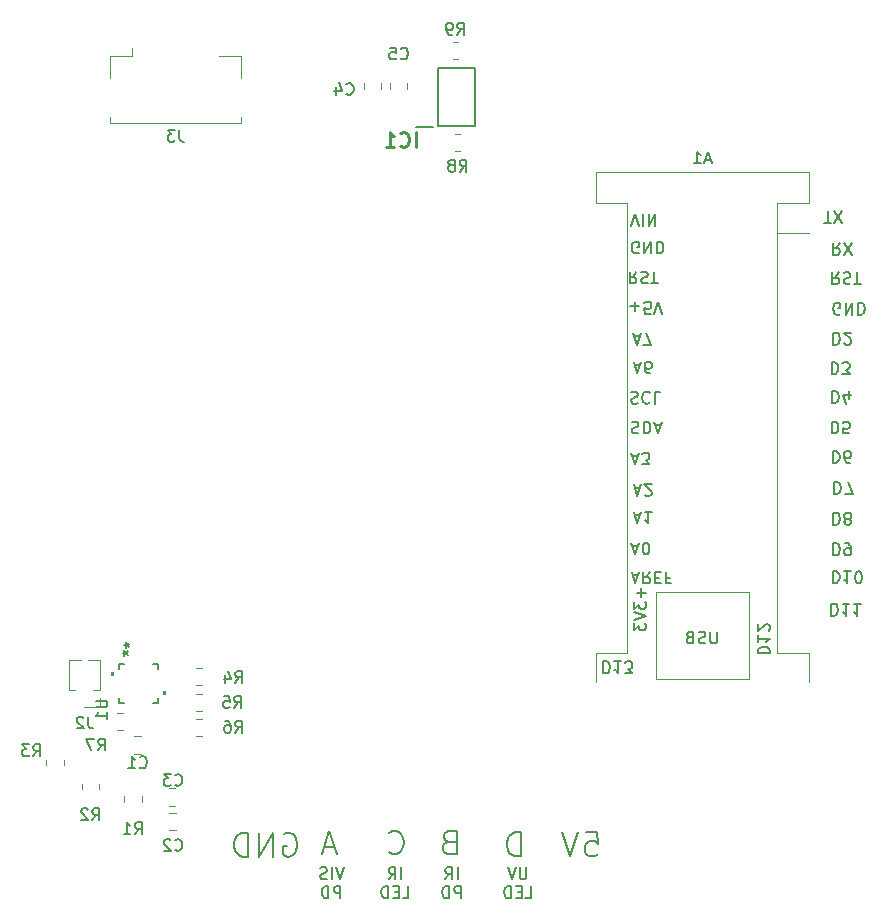
<source format=gbr>
%TF.GenerationSoftware,KiCad,Pcbnew,7.0.7-rc1*%
%TF.CreationDate,2024-04-11T15:56:59-04:00*%
%TF.ProjectId,Moving_PCB,4d6f7669-6e67-45f5-9043-422e6b696361,rev?*%
%TF.SameCoordinates,Original*%
%TF.FileFunction,Legend,Bot*%
%TF.FilePolarity,Positive*%
%FSLAX46Y46*%
G04 Gerber Fmt 4.6, Leading zero omitted, Abs format (unit mm)*
G04 Created by KiCad (PCBNEW 7.0.7-rc1) date 2024-04-11 15:56:59*
%MOMM*%
%LPD*%
G01*
G04 APERTURE LIST*
%ADD10C,0.150000*%
%ADD11C,0.254000*%
%ADD12C,0.120000*%
%ADD13C,0.200000*%
%ADD14C,0.152400*%
G04 APERTURE END LIST*
D10*
X130377506Y-124042676D02*
X130567982Y-123947438D01*
X130567982Y-123947438D02*
X130853696Y-123947438D01*
X130853696Y-123947438D02*
X131139411Y-124042676D01*
X131139411Y-124042676D02*
X131329887Y-124233152D01*
X131329887Y-124233152D02*
X131425125Y-124423628D01*
X131425125Y-124423628D02*
X131520363Y-124804580D01*
X131520363Y-124804580D02*
X131520363Y-125090295D01*
X131520363Y-125090295D02*
X131425125Y-125471247D01*
X131425125Y-125471247D02*
X131329887Y-125661723D01*
X131329887Y-125661723D02*
X131139411Y-125852200D01*
X131139411Y-125852200D02*
X130853696Y-125947438D01*
X130853696Y-125947438D02*
X130663220Y-125947438D01*
X130663220Y-125947438D02*
X130377506Y-125852200D01*
X130377506Y-125852200D02*
X130282268Y-125756961D01*
X130282268Y-125756961D02*
X130282268Y-125090295D01*
X130282268Y-125090295D02*
X130663220Y-125090295D01*
X129425125Y-125947438D02*
X129425125Y-123947438D01*
X129425125Y-123947438D02*
X128282268Y-125947438D01*
X128282268Y-125947438D02*
X128282268Y-123947438D01*
X127329887Y-125947438D02*
X127329887Y-123947438D01*
X127329887Y-123947438D02*
X126853697Y-123947438D01*
X126853697Y-123947438D02*
X126567982Y-124042676D01*
X126567982Y-124042676D02*
X126377506Y-124233152D01*
X126377506Y-124233152D02*
X126282268Y-124423628D01*
X126282268Y-124423628D02*
X126187030Y-124804580D01*
X126187030Y-124804580D02*
X126187030Y-125090295D01*
X126187030Y-125090295D02*
X126282268Y-125471247D01*
X126282268Y-125471247D02*
X126377506Y-125661723D01*
X126377506Y-125661723D02*
X126567982Y-125852200D01*
X126567982Y-125852200D02*
X126853697Y-125947438D01*
X126853697Y-125947438D02*
X127329887Y-125947438D01*
X144338458Y-124699819D02*
X144052744Y-124795057D01*
X144052744Y-124795057D02*
X143957506Y-124890295D01*
X143957506Y-124890295D02*
X143862268Y-125080771D01*
X143862268Y-125080771D02*
X143862268Y-125366485D01*
X143862268Y-125366485D02*
X143957506Y-125556961D01*
X143957506Y-125556961D02*
X144052744Y-125652200D01*
X144052744Y-125652200D02*
X144243220Y-125747438D01*
X144243220Y-125747438D02*
X145005125Y-125747438D01*
X145005125Y-125747438D02*
X145005125Y-123747438D01*
X145005125Y-123747438D02*
X144338458Y-123747438D01*
X144338458Y-123747438D02*
X144147982Y-123842676D01*
X144147982Y-123842676D02*
X144052744Y-123937914D01*
X144052744Y-123937914D02*
X143957506Y-124128390D01*
X143957506Y-124128390D02*
X143957506Y-124318866D01*
X143957506Y-124318866D02*
X144052744Y-124509342D01*
X144052744Y-124509342D02*
X144147982Y-124604580D01*
X144147982Y-124604580D02*
X144338458Y-124699819D01*
X144338458Y-124699819D02*
X145005125Y-124699819D01*
X150914285Y-126859819D02*
X150914285Y-127669342D01*
X150914285Y-127669342D02*
X150866666Y-127764580D01*
X150866666Y-127764580D02*
X150819047Y-127812200D01*
X150819047Y-127812200D02*
X150723809Y-127859819D01*
X150723809Y-127859819D02*
X150533333Y-127859819D01*
X150533333Y-127859819D02*
X150438095Y-127812200D01*
X150438095Y-127812200D02*
X150390476Y-127764580D01*
X150390476Y-127764580D02*
X150342857Y-127669342D01*
X150342857Y-127669342D02*
X150342857Y-126859819D01*
X150009523Y-126859819D02*
X149676190Y-127859819D01*
X149676190Y-127859819D02*
X149342857Y-126859819D01*
X150842857Y-129469819D02*
X151319047Y-129469819D01*
X151319047Y-129469819D02*
X151319047Y-128469819D01*
X150509523Y-128946009D02*
X150176190Y-128946009D01*
X150033333Y-129469819D02*
X150509523Y-129469819D01*
X150509523Y-129469819D02*
X150509523Y-128469819D01*
X150509523Y-128469819D02*
X150033333Y-128469819D01*
X149604761Y-129469819D02*
X149604761Y-128469819D01*
X149604761Y-128469819D02*
X149366666Y-128469819D01*
X149366666Y-128469819D02*
X149223809Y-128517438D01*
X149223809Y-128517438D02*
X149128571Y-128612676D01*
X149128571Y-128612676D02*
X149080952Y-128707914D01*
X149080952Y-128707914D02*
X149033333Y-128898390D01*
X149033333Y-128898390D02*
X149033333Y-129041247D01*
X149033333Y-129041247D02*
X149080952Y-129231723D01*
X149080952Y-129231723D02*
X149128571Y-129326961D01*
X149128571Y-129326961D02*
X149223809Y-129422200D01*
X149223809Y-129422200D02*
X149366666Y-129469819D01*
X149366666Y-129469819D02*
X149604761Y-129469819D01*
X150425125Y-125907438D02*
X150425125Y-123907438D01*
X150425125Y-123907438D02*
X149948935Y-123907438D01*
X149948935Y-123907438D02*
X149663220Y-124002676D01*
X149663220Y-124002676D02*
X149472744Y-124193152D01*
X149472744Y-124193152D02*
X149377506Y-124383628D01*
X149377506Y-124383628D02*
X149282268Y-124764580D01*
X149282268Y-124764580D02*
X149282268Y-125050295D01*
X149282268Y-125050295D02*
X149377506Y-125431247D01*
X149377506Y-125431247D02*
X149472744Y-125621723D01*
X149472744Y-125621723D02*
X149663220Y-125812200D01*
X149663220Y-125812200D02*
X149948935Y-125907438D01*
X149948935Y-125907438D02*
X150425125Y-125907438D01*
X134720363Y-125176009D02*
X133767982Y-125176009D01*
X134910839Y-125747438D02*
X134244173Y-123747438D01*
X134244173Y-123747438D02*
X133577506Y-125747438D01*
X145099999Y-127859819D02*
X145099999Y-126859819D01*
X144052381Y-127859819D02*
X144385714Y-127383628D01*
X144623809Y-127859819D02*
X144623809Y-126859819D01*
X144623809Y-126859819D02*
X144242857Y-126859819D01*
X144242857Y-126859819D02*
X144147619Y-126907438D01*
X144147619Y-126907438D02*
X144100000Y-126955057D01*
X144100000Y-126955057D02*
X144052381Y-127050295D01*
X144052381Y-127050295D02*
X144052381Y-127193152D01*
X144052381Y-127193152D02*
X144100000Y-127288390D01*
X144100000Y-127288390D02*
X144147619Y-127336009D01*
X144147619Y-127336009D02*
X144242857Y-127383628D01*
X144242857Y-127383628D02*
X144623809Y-127383628D01*
X145361904Y-129469819D02*
X145361904Y-128469819D01*
X145361904Y-128469819D02*
X144980952Y-128469819D01*
X144980952Y-128469819D02*
X144885714Y-128517438D01*
X144885714Y-128517438D02*
X144838095Y-128565057D01*
X144838095Y-128565057D02*
X144790476Y-128660295D01*
X144790476Y-128660295D02*
X144790476Y-128803152D01*
X144790476Y-128803152D02*
X144838095Y-128898390D01*
X144838095Y-128898390D02*
X144885714Y-128946009D01*
X144885714Y-128946009D02*
X144980952Y-128993628D01*
X144980952Y-128993628D02*
X145361904Y-128993628D01*
X144361904Y-129469819D02*
X144361904Y-128469819D01*
X144361904Y-128469819D02*
X144123809Y-128469819D01*
X144123809Y-128469819D02*
X143980952Y-128517438D01*
X143980952Y-128517438D02*
X143885714Y-128612676D01*
X143885714Y-128612676D02*
X143838095Y-128707914D01*
X143838095Y-128707914D02*
X143790476Y-128898390D01*
X143790476Y-128898390D02*
X143790476Y-129041247D01*
X143790476Y-129041247D02*
X143838095Y-129231723D01*
X143838095Y-129231723D02*
X143885714Y-129326961D01*
X143885714Y-129326961D02*
X143980952Y-129422200D01*
X143980952Y-129422200D02*
X144123809Y-129469819D01*
X144123809Y-129469819D02*
X144361904Y-129469819D01*
X140299999Y-127859819D02*
X140299999Y-126859819D01*
X139252381Y-127859819D02*
X139585714Y-127383628D01*
X139823809Y-127859819D02*
X139823809Y-126859819D01*
X139823809Y-126859819D02*
X139442857Y-126859819D01*
X139442857Y-126859819D02*
X139347619Y-126907438D01*
X139347619Y-126907438D02*
X139300000Y-126955057D01*
X139300000Y-126955057D02*
X139252381Y-127050295D01*
X139252381Y-127050295D02*
X139252381Y-127193152D01*
X139252381Y-127193152D02*
X139300000Y-127288390D01*
X139300000Y-127288390D02*
X139347619Y-127336009D01*
X139347619Y-127336009D02*
X139442857Y-127383628D01*
X139442857Y-127383628D02*
X139823809Y-127383628D01*
X140442857Y-129469819D02*
X140919047Y-129469819D01*
X140919047Y-129469819D02*
X140919047Y-128469819D01*
X140109523Y-128946009D02*
X139776190Y-128946009D01*
X139633333Y-129469819D02*
X140109523Y-129469819D01*
X140109523Y-129469819D02*
X140109523Y-128469819D01*
X140109523Y-128469819D02*
X139633333Y-128469819D01*
X139204761Y-129469819D02*
X139204761Y-128469819D01*
X139204761Y-128469819D02*
X138966666Y-128469819D01*
X138966666Y-128469819D02*
X138823809Y-128517438D01*
X138823809Y-128517438D02*
X138728571Y-128612676D01*
X138728571Y-128612676D02*
X138680952Y-128707914D01*
X138680952Y-128707914D02*
X138633333Y-128898390D01*
X138633333Y-128898390D02*
X138633333Y-129041247D01*
X138633333Y-129041247D02*
X138680952Y-129231723D01*
X138680952Y-129231723D02*
X138728571Y-129326961D01*
X138728571Y-129326961D02*
X138823809Y-129422200D01*
X138823809Y-129422200D02*
X138966666Y-129469819D01*
X138966666Y-129469819D02*
X139204761Y-129469819D01*
X155952744Y-123907438D02*
X156905125Y-123907438D01*
X156905125Y-123907438D02*
X157000363Y-124859819D01*
X157000363Y-124859819D02*
X156905125Y-124764580D01*
X156905125Y-124764580D02*
X156714649Y-124669342D01*
X156714649Y-124669342D02*
X156238458Y-124669342D01*
X156238458Y-124669342D02*
X156047982Y-124764580D01*
X156047982Y-124764580D02*
X155952744Y-124859819D01*
X155952744Y-124859819D02*
X155857506Y-125050295D01*
X155857506Y-125050295D02*
X155857506Y-125526485D01*
X155857506Y-125526485D02*
X155952744Y-125716961D01*
X155952744Y-125716961D02*
X156047982Y-125812200D01*
X156047982Y-125812200D02*
X156238458Y-125907438D01*
X156238458Y-125907438D02*
X156714649Y-125907438D01*
X156714649Y-125907438D02*
X156905125Y-125812200D01*
X156905125Y-125812200D02*
X157000363Y-125716961D01*
X155286077Y-123907438D02*
X154619411Y-125907438D01*
X154619411Y-125907438D02*
X153952744Y-123907438D01*
X135447618Y-126859819D02*
X135114285Y-127859819D01*
X135114285Y-127859819D02*
X134780952Y-126859819D01*
X134447618Y-127859819D02*
X134447618Y-126859819D01*
X134019047Y-127812200D02*
X133876190Y-127859819D01*
X133876190Y-127859819D02*
X133638095Y-127859819D01*
X133638095Y-127859819D02*
X133542857Y-127812200D01*
X133542857Y-127812200D02*
X133495238Y-127764580D01*
X133495238Y-127764580D02*
X133447619Y-127669342D01*
X133447619Y-127669342D02*
X133447619Y-127574104D01*
X133447619Y-127574104D02*
X133495238Y-127478866D01*
X133495238Y-127478866D02*
X133542857Y-127431247D01*
X133542857Y-127431247D02*
X133638095Y-127383628D01*
X133638095Y-127383628D02*
X133828571Y-127336009D01*
X133828571Y-127336009D02*
X133923809Y-127288390D01*
X133923809Y-127288390D02*
X133971428Y-127240771D01*
X133971428Y-127240771D02*
X134019047Y-127145533D01*
X134019047Y-127145533D02*
X134019047Y-127050295D01*
X134019047Y-127050295D02*
X133971428Y-126955057D01*
X133971428Y-126955057D02*
X133923809Y-126907438D01*
X133923809Y-126907438D02*
X133828571Y-126859819D01*
X133828571Y-126859819D02*
X133590476Y-126859819D01*
X133590476Y-126859819D02*
X133447619Y-126907438D01*
X135161904Y-129469819D02*
X135161904Y-128469819D01*
X135161904Y-128469819D02*
X134780952Y-128469819D01*
X134780952Y-128469819D02*
X134685714Y-128517438D01*
X134685714Y-128517438D02*
X134638095Y-128565057D01*
X134638095Y-128565057D02*
X134590476Y-128660295D01*
X134590476Y-128660295D02*
X134590476Y-128803152D01*
X134590476Y-128803152D02*
X134638095Y-128898390D01*
X134638095Y-128898390D02*
X134685714Y-128946009D01*
X134685714Y-128946009D02*
X134780952Y-128993628D01*
X134780952Y-128993628D02*
X135161904Y-128993628D01*
X134161904Y-129469819D02*
X134161904Y-128469819D01*
X134161904Y-128469819D02*
X133923809Y-128469819D01*
X133923809Y-128469819D02*
X133780952Y-128517438D01*
X133780952Y-128517438D02*
X133685714Y-128612676D01*
X133685714Y-128612676D02*
X133638095Y-128707914D01*
X133638095Y-128707914D02*
X133590476Y-128898390D01*
X133590476Y-128898390D02*
X133590476Y-129041247D01*
X133590476Y-129041247D02*
X133638095Y-129231723D01*
X133638095Y-129231723D02*
X133685714Y-129326961D01*
X133685714Y-129326961D02*
X133780952Y-129422200D01*
X133780952Y-129422200D02*
X133923809Y-129469819D01*
X133923809Y-129469819D02*
X134161904Y-129469819D01*
X139282268Y-125556961D02*
X139377506Y-125652200D01*
X139377506Y-125652200D02*
X139663220Y-125747438D01*
X139663220Y-125747438D02*
X139853696Y-125747438D01*
X139853696Y-125747438D02*
X140139411Y-125652200D01*
X140139411Y-125652200D02*
X140329887Y-125461723D01*
X140329887Y-125461723D02*
X140425125Y-125271247D01*
X140425125Y-125271247D02*
X140520363Y-124890295D01*
X140520363Y-124890295D02*
X140520363Y-124604580D01*
X140520363Y-124604580D02*
X140425125Y-124223628D01*
X140425125Y-124223628D02*
X140329887Y-124033152D01*
X140329887Y-124033152D02*
X140139411Y-123842676D01*
X140139411Y-123842676D02*
X139853696Y-123747438D01*
X139853696Y-123747438D02*
X139663220Y-123747438D01*
X139663220Y-123747438D02*
X139377506Y-123842676D01*
X139377506Y-123842676D02*
X139282268Y-123937914D01*
X113833333Y-114089819D02*
X113833333Y-114804104D01*
X113833333Y-114804104D02*
X113880952Y-114946961D01*
X113880952Y-114946961D02*
X113976190Y-115042200D01*
X113976190Y-115042200D02*
X114119047Y-115089819D01*
X114119047Y-115089819D02*
X114214285Y-115089819D01*
X113404761Y-114185057D02*
X113357142Y-114137438D01*
X113357142Y-114137438D02*
X113261904Y-114089819D01*
X113261904Y-114089819D02*
X113023809Y-114089819D01*
X113023809Y-114089819D02*
X112928571Y-114137438D01*
X112928571Y-114137438D02*
X112880952Y-114185057D01*
X112880952Y-114185057D02*
X112833333Y-114280295D01*
X112833333Y-114280295D02*
X112833333Y-114375533D01*
X112833333Y-114375533D02*
X112880952Y-114518390D01*
X112880952Y-114518390D02*
X113452380Y-115089819D01*
X113452380Y-115089819D02*
X112833333Y-115089819D01*
X117766666Y-124054819D02*
X118099999Y-123578628D01*
X118338094Y-124054819D02*
X118338094Y-123054819D01*
X118338094Y-123054819D02*
X117957142Y-123054819D01*
X117957142Y-123054819D02*
X117861904Y-123102438D01*
X117861904Y-123102438D02*
X117814285Y-123150057D01*
X117814285Y-123150057D02*
X117766666Y-123245295D01*
X117766666Y-123245295D02*
X117766666Y-123388152D01*
X117766666Y-123388152D02*
X117814285Y-123483390D01*
X117814285Y-123483390D02*
X117861904Y-123531009D01*
X117861904Y-123531009D02*
X117957142Y-123578628D01*
X117957142Y-123578628D02*
X118338094Y-123578628D01*
X116814285Y-124054819D02*
X117385713Y-124054819D01*
X117099999Y-124054819D02*
X117099999Y-123054819D01*
X117099999Y-123054819D02*
X117195237Y-123197676D01*
X117195237Y-123197676D02*
X117290475Y-123292914D01*
X117290475Y-123292914D02*
X117385713Y-123340533D01*
X166519285Y-66979104D02*
X166043095Y-66979104D01*
X166614523Y-67264819D02*
X166281190Y-66264819D01*
X166281190Y-66264819D02*
X165947857Y-67264819D01*
X165090714Y-67264819D02*
X165662142Y-67264819D01*
X165376428Y-67264819D02*
X165376428Y-66264819D01*
X165376428Y-66264819D02*
X165471666Y-66407676D01*
X165471666Y-66407676D02*
X165566904Y-66502914D01*
X165566904Y-66502914D02*
X165662142Y-66550533D01*
X176986905Y-94245180D02*
X176986905Y-95245180D01*
X176986905Y-95245180D02*
X177225000Y-95245180D01*
X177225000Y-95245180D02*
X177367857Y-95197561D01*
X177367857Y-95197561D02*
X177463095Y-95102323D01*
X177463095Y-95102323D02*
X177510714Y-95007085D01*
X177510714Y-95007085D02*
X177558333Y-94816609D01*
X177558333Y-94816609D02*
X177558333Y-94673752D01*
X177558333Y-94673752D02*
X177510714Y-94483276D01*
X177510714Y-94483276D02*
X177463095Y-94388038D01*
X177463095Y-94388038D02*
X177367857Y-94292800D01*
X177367857Y-94292800D02*
X177225000Y-94245180D01*
X177225000Y-94245180D02*
X176986905Y-94245180D01*
X177891667Y-95245180D02*
X178558333Y-95245180D01*
X178558333Y-95245180D02*
X178129762Y-94245180D01*
X159915952Y-102110895D02*
X160392142Y-102110895D01*
X159820714Y-101825180D02*
X160154047Y-102825180D01*
X160154047Y-102825180D02*
X160487380Y-101825180D01*
X161392142Y-101825180D02*
X161058809Y-102301371D01*
X160820714Y-101825180D02*
X160820714Y-102825180D01*
X160820714Y-102825180D02*
X161201666Y-102825180D01*
X161201666Y-102825180D02*
X161296904Y-102777561D01*
X161296904Y-102777561D02*
X161344523Y-102729942D01*
X161344523Y-102729942D02*
X161392142Y-102634704D01*
X161392142Y-102634704D02*
X161392142Y-102491847D01*
X161392142Y-102491847D02*
X161344523Y-102396609D01*
X161344523Y-102396609D02*
X161296904Y-102348990D01*
X161296904Y-102348990D02*
X161201666Y-102301371D01*
X161201666Y-102301371D02*
X160820714Y-102301371D01*
X161820714Y-102348990D02*
X162154047Y-102348990D01*
X162296904Y-101825180D02*
X161820714Y-101825180D01*
X161820714Y-101825180D02*
X161820714Y-102825180D01*
X161820714Y-102825180D02*
X162296904Y-102825180D01*
X163058809Y-102348990D02*
X162725476Y-102348990D01*
X162725476Y-101825180D02*
X162725476Y-102825180D01*
X162725476Y-102825180D02*
X163201666Y-102825180D01*
X176138095Y-72320180D02*
X176709523Y-72320180D01*
X176423809Y-71320180D02*
X176423809Y-72320180D01*
X176947619Y-72320180D02*
X177614285Y-71320180D01*
X177614285Y-72320180D02*
X176947619Y-71320180D01*
X177458333Y-73975180D02*
X177125000Y-74451371D01*
X176886905Y-73975180D02*
X176886905Y-74975180D01*
X176886905Y-74975180D02*
X177267857Y-74975180D01*
X177267857Y-74975180D02*
X177363095Y-74927561D01*
X177363095Y-74927561D02*
X177410714Y-74879942D01*
X177410714Y-74879942D02*
X177458333Y-74784704D01*
X177458333Y-74784704D02*
X177458333Y-74641847D01*
X177458333Y-74641847D02*
X177410714Y-74546609D01*
X177410714Y-74546609D02*
X177363095Y-74498990D01*
X177363095Y-74498990D02*
X177267857Y-74451371D01*
X177267857Y-74451371D02*
X176886905Y-74451371D01*
X177791667Y-74975180D02*
X178458333Y-73975180D01*
X178458333Y-74975180D02*
X177791667Y-73975180D01*
X160010714Y-81880895D02*
X160486904Y-81880895D01*
X159915476Y-81595180D02*
X160248809Y-82595180D01*
X160248809Y-82595180D02*
X160582142Y-81595180D01*
X160820238Y-82595180D02*
X161486904Y-82595180D01*
X161486904Y-82595180D02*
X161058333Y-81595180D01*
X159789762Y-72525180D02*
X160123095Y-71525180D01*
X160123095Y-71525180D02*
X160456428Y-72525180D01*
X160789762Y-71525180D02*
X160789762Y-72525180D01*
X161265952Y-71525180D02*
X161265952Y-72525180D01*
X161265952Y-72525180D02*
X161837380Y-71525180D01*
X161837380Y-71525180D02*
X161837380Y-72525180D01*
X177402380Y-76470180D02*
X177069047Y-76946371D01*
X176830952Y-76470180D02*
X176830952Y-77470180D01*
X176830952Y-77470180D02*
X177211904Y-77470180D01*
X177211904Y-77470180D02*
X177307142Y-77422561D01*
X177307142Y-77422561D02*
X177354761Y-77374942D01*
X177354761Y-77374942D02*
X177402380Y-77279704D01*
X177402380Y-77279704D02*
X177402380Y-77136847D01*
X177402380Y-77136847D02*
X177354761Y-77041609D01*
X177354761Y-77041609D02*
X177307142Y-76993990D01*
X177307142Y-76993990D02*
X177211904Y-76946371D01*
X177211904Y-76946371D02*
X176830952Y-76946371D01*
X177783333Y-76517800D02*
X177926190Y-76470180D01*
X177926190Y-76470180D02*
X178164285Y-76470180D01*
X178164285Y-76470180D02*
X178259523Y-76517800D01*
X178259523Y-76517800D02*
X178307142Y-76565419D01*
X178307142Y-76565419D02*
X178354761Y-76660657D01*
X178354761Y-76660657D02*
X178354761Y-76755895D01*
X178354761Y-76755895D02*
X178307142Y-76851133D01*
X178307142Y-76851133D02*
X178259523Y-76898752D01*
X178259523Y-76898752D02*
X178164285Y-76946371D01*
X178164285Y-76946371D02*
X177973809Y-76993990D01*
X177973809Y-76993990D02*
X177878571Y-77041609D01*
X177878571Y-77041609D02*
X177830952Y-77089228D01*
X177830952Y-77089228D02*
X177783333Y-77184466D01*
X177783333Y-77184466D02*
X177783333Y-77279704D01*
X177783333Y-77279704D02*
X177830952Y-77374942D01*
X177830952Y-77374942D02*
X177878571Y-77422561D01*
X177878571Y-77422561D02*
X177973809Y-77470180D01*
X177973809Y-77470180D02*
X178211904Y-77470180D01*
X178211904Y-77470180D02*
X178354761Y-77422561D01*
X178640476Y-77470180D02*
X179211904Y-77470180D01*
X178926190Y-76470180D02*
X178926190Y-77470180D01*
X160085714Y-84330895D02*
X160561904Y-84330895D01*
X159990476Y-84045180D02*
X160323809Y-85045180D01*
X160323809Y-85045180D02*
X160657142Y-84045180D01*
X161419047Y-85045180D02*
X161228571Y-85045180D01*
X161228571Y-85045180D02*
X161133333Y-84997561D01*
X161133333Y-84997561D02*
X161085714Y-84949942D01*
X161085714Y-84949942D02*
X160990476Y-84807085D01*
X160990476Y-84807085D02*
X160942857Y-84616609D01*
X160942857Y-84616609D02*
X160942857Y-84235657D01*
X160942857Y-84235657D02*
X160990476Y-84140419D01*
X160990476Y-84140419D02*
X161038095Y-84092800D01*
X161038095Y-84092800D02*
X161133333Y-84045180D01*
X161133333Y-84045180D02*
X161323809Y-84045180D01*
X161323809Y-84045180D02*
X161419047Y-84092800D01*
X161419047Y-84092800D02*
X161466666Y-84140419D01*
X161466666Y-84140419D02*
X161514285Y-84235657D01*
X161514285Y-84235657D02*
X161514285Y-84473752D01*
X161514285Y-84473752D02*
X161466666Y-84568990D01*
X161466666Y-84568990D02*
X161419047Y-84616609D01*
X161419047Y-84616609D02*
X161323809Y-84664228D01*
X161323809Y-84664228D02*
X161133333Y-84664228D01*
X161133333Y-84664228D02*
X161038095Y-84616609D01*
X161038095Y-84616609D02*
X160990476Y-84568990D01*
X160990476Y-84568990D02*
X160942857Y-84473752D01*
X160085714Y-97030895D02*
X160561904Y-97030895D01*
X159990476Y-96745180D02*
X160323809Y-97745180D01*
X160323809Y-97745180D02*
X160657142Y-96745180D01*
X161514285Y-96745180D02*
X160942857Y-96745180D01*
X161228571Y-96745180D02*
X161228571Y-97745180D01*
X161228571Y-97745180D02*
X161133333Y-97602323D01*
X161133333Y-97602323D02*
X161038095Y-97507085D01*
X161038095Y-97507085D02*
X160942857Y-97459466D01*
X159910714Y-99655895D02*
X160386904Y-99655895D01*
X159815476Y-99370180D02*
X160148809Y-100370180D01*
X160148809Y-100370180D02*
X160482142Y-99370180D01*
X161005952Y-100370180D02*
X161101190Y-100370180D01*
X161101190Y-100370180D02*
X161196428Y-100322561D01*
X161196428Y-100322561D02*
X161244047Y-100274942D01*
X161244047Y-100274942D02*
X161291666Y-100179704D01*
X161291666Y-100179704D02*
X161339285Y-99989228D01*
X161339285Y-99989228D02*
X161339285Y-99751133D01*
X161339285Y-99751133D02*
X161291666Y-99560657D01*
X161291666Y-99560657D02*
X161244047Y-99465419D01*
X161244047Y-99465419D02*
X161196428Y-99417800D01*
X161196428Y-99417800D02*
X161101190Y-99370180D01*
X161101190Y-99370180D02*
X161005952Y-99370180D01*
X161005952Y-99370180D02*
X160910714Y-99417800D01*
X160910714Y-99417800D02*
X160863095Y-99465419D01*
X160863095Y-99465419D02*
X160815476Y-99560657D01*
X160815476Y-99560657D02*
X160767857Y-99751133D01*
X160767857Y-99751133D02*
X160767857Y-99989228D01*
X160767857Y-99989228D02*
X160815476Y-100179704D01*
X160815476Y-100179704D02*
X160863095Y-100274942D01*
X160863095Y-100274942D02*
X160910714Y-100322561D01*
X160910714Y-100322561D02*
X161005952Y-100370180D01*
X159835714Y-89167800D02*
X159978571Y-89120180D01*
X159978571Y-89120180D02*
X160216666Y-89120180D01*
X160216666Y-89120180D02*
X160311904Y-89167800D01*
X160311904Y-89167800D02*
X160359523Y-89215419D01*
X160359523Y-89215419D02*
X160407142Y-89310657D01*
X160407142Y-89310657D02*
X160407142Y-89405895D01*
X160407142Y-89405895D02*
X160359523Y-89501133D01*
X160359523Y-89501133D02*
X160311904Y-89548752D01*
X160311904Y-89548752D02*
X160216666Y-89596371D01*
X160216666Y-89596371D02*
X160026190Y-89643990D01*
X160026190Y-89643990D02*
X159930952Y-89691609D01*
X159930952Y-89691609D02*
X159883333Y-89739228D01*
X159883333Y-89739228D02*
X159835714Y-89834466D01*
X159835714Y-89834466D02*
X159835714Y-89929704D01*
X159835714Y-89929704D02*
X159883333Y-90024942D01*
X159883333Y-90024942D02*
X159930952Y-90072561D01*
X159930952Y-90072561D02*
X160026190Y-90120180D01*
X160026190Y-90120180D02*
X160264285Y-90120180D01*
X160264285Y-90120180D02*
X160407142Y-90072561D01*
X160835714Y-89120180D02*
X160835714Y-90120180D01*
X160835714Y-90120180D02*
X161073809Y-90120180D01*
X161073809Y-90120180D02*
X161216666Y-90072561D01*
X161216666Y-90072561D02*
X161311904Y-89977323D01*
X161311904Y-89977323D02*
X161359523Y-89882085D01*
X161359523Y-89882085D02*
X161407142Y-89691609D01*
X161407142Y-89691609D02*
X161407142Y-89548752D01*
X161407142Y-89548752D02*
X161359523Y-89358276D01*
X161359523Y-89358276D02*
X161311904Y-89263038D01*
X161311904Y-89263038D02*
X161216666Y-89167800D01*
X161216666Y-89167800D02*
X161073809Y-89120180D01*
X161073809Y-89120180D02*
X160835714Y-89120180D01*
X161788095Y-89405895D02*
X162264285Y-89405895D01*
X161692857Y-89120180D02*
X162026190Y-90120180D01*
X162026190Y-90120180D02*
X162359523Y-89120180D01*
X176886905Y-81595180D02*
X176886905Y-82595180D01*
X176886905Y-82595180D02*
X177125000Y-82595180D01*
X177125000Y-82595180D02*
X177267857Y-82547561D01*
X177267857Y-82547561D02*
X177363095Y-82452323D01*
X177363095Y-82452323D02*
X177410714Y-82357085D01*
X177410714Y-82357085D02*
X177458333Y-82166609D01*
X177458333Y-82166609D02*
X177458333Y-82023752D01*
X177458333Y-82023752D02*
X177410714Y-81833276D01*
X177410714Y-81833276D02*
X177363095Y-81738038D01*
X177363095Y-81738038D02*
X177267857Y-81642800D01*
X177267857Y-81642800D02*
X177125000Y-81595180D01*
X177125000Y-81595180D02*
X176886905Y-81595180D01*
X177839286Y-82499942D02*
X177886905Y-82547561D01*
X177886905Y-82547561D02*
X177982143Y-82595180D01*
X177982143Y-82595180D02*
X178220238Y-82595180D01*
X178220238Y-82595180D02*
X178315476Y-82547561D01*
X178315476Y-82547561D02*
X178363095Y-82499942D01*
X178363095Y-82499942D02*
X178410714Y-82404704D01*
X178410714Y-82404704D02*
X178410714Y-82309466D01*
X178410714Y-82309466D02*
X178363095Y-82166609D01*
X178363095Y-82166609D02*
X177791667Y-81595180D01*
X177791667Y-81595180D02*
X178410714Y-81595180D01*
X159714286Y-79351133D02*
X160476191Y-79351133D01*
X160095238Y-78970180D02*
X160095238Y-79732085D01*
X161428571Y-79970180D02*
X160952381Y-79970180D01*
X160952381Y-79970180D02*
X160904762Y-79493990D01*
X160904762Y-79493990D02*
X160952381Y-79541609D01*
X160952381Y-79541609D02*
X161047619Y-79589228D01*
X161047619Y-79589228D02*
X161285714Y-79589228D01*
X161285714Y-79589228D02*
X161380952Y-79541609D01*
X161380952Y-79541609D02*
X161428571Y-79493990D01*
X161428571Y-79493990D02*
X161476190Y-79398752D01*
X161476190Y-79398752D02*
X161476190Y-79160657D01*
X161476190Y-79160657D02*
X161428571Y-79065419D01*
X161428571Y-79065419D02*
X161380952Y-79017800D01*
X161380952Y-79017800D02*
X161285714Y-78970180D01*
X161285714Y-78970180D02*
X161047619Y-78970180D01*
X161047619Y-78970180D02*
X160952381Y-79017800D01*
X160952381Y-79017800D02*
X160904762Y-79065419D01*
X161761905Y-79970180D02*
X162095238Y-78970180D01*
X162095238Y-78970180D02*
X162428571Y-79970180D01*
X157420714Y-109425180D02*
X157420714Y-110425180D01*
X157420714Y-110425180D02*
X157658809Y-110425180D01*
X157658809Y-110425180D02*
X157801666Y-110377561D01*
X157801666Y-110377561D02*
X157896904Y-110282323D01*
X157896904Y-110282323D02*
X157944523Y-110187085D01*
X157944523Y-110187085D02*
X157992142Y-109996609D01*
X157992142Y-109996609D02*
X157992142Y-109853752D01*
X157992142Y-109853752D02*
X157944523Y-109663276D01*
X157944523Y-109663276D02*
X157896904Y-109568038D01*
X157896904Y-109568038D02*
X157801666Y-109472800D01*
X157801666Y-109472800D02*
X157658809Y-109425180D01*
X157658809Y-109425180D02*
X157420714Y-109425180D01*
X158944523Y-109425180D02*
X158373095Y-109425180D01*
X158658809Y-109425180D02*
X158658809Y-110425180D01*
X158658809Y-110425180D02*
X158563571Y-110282323D01*
X158563571Y-110282323D02*
X158468333Y-110187085D01*
X158468333Y-110187085D02*
X158373095Y-110139466D01*
X159277857Y-110425180D02*
X159896904Y-110425180D01*
X159896904Y-110425180D02*
X159563571Y-110044228D01*
X159563571Y-110044228D02*
X159706428Y-110044228D01*
X159706428Y-110044228D02*
X159801666Y-109996609D01*
X159801666Y-109996609D02*
X159849285Y-109948990D01*
X159849285Y-109948990D02*
X159896904Y-109853752D01*
X159896904Y-109853752D02*
X159896904Y-109615657D01*
X159896904Y-109615657D02*
X159849285Y-109520419D01*
X159849285Y-109520419D02*
X159801666Y-109472800D01*
X159801666Y-109472800D02*
X159706428Y-109425180D01*
X159706428Y-109425180D02*
X159420714Y-109425180D01*
X159420714Y-109425180D02*
X159325476Y-109472800D01*
X159325476Y-109472800D02*
X159277857Y-109520419D01*
X176886905Y-96835180D02*
X176886905Y-97835180D01*
X176886905Y-97835180D02*
X177125000Y-97835180D01*
X177125000Y-97835180D02*
X177267857Y-97787561D01*
X177267857Y-97787561D02*
X177363095Y-97692323D01*
X177363095Y-97692323D02*
X177410714Y-97597085D01*
X177410714Y-97597085D02*
X177458333Y-97406609D01*
X177458333Y-97406609D02*
X177458333Y-97263752D01*
X177458333Y-97263752D02*
X177410714Y-97073276D01*
X177410714Y-97073276D02*
X177363095Y-96978038D01*
X177363095Y-96978038D02*
X177267857Y-96882800D01*
X177267857Y-96882800D02*
X177125000Y-96835180D01*
X177125000Y-96835180D02*
X176886905Y-96835180D01*
X178029762Y-97406609D02*
X177934524Y-97454228D01*
X177934524Y-97454228D02*
X177886905Y-97501847D01*
X177886905Y-97501847D02*
X177839286Y-97597085D01*
X177839286Y-97597085D02*
X177839286Y-97644704D01*
X177839286Y-97644704D02*
X177886905Y-97739942D01*
X177886905Y-97739942D02*
X177934524Y-97787561D01*
X177934524Y-97787561D02*
X178029762Y-97835180D01*
X178029762Y-97835180D02*
X178220238Y-97835180D01*
X178220238Y-97835180D02*
X178315476Y-97787561D01*
X178315476Y-97787561D02*
X178363095Y-97739942D01*
X178363095Y-97739942D02*
X178410714Y-97644704D01*
X178410714Y-97644704D02*
X178410714Y-97597085D01*
X178410714Y-97597085D02*
X178363095Y-97501847D01*
X178363095Y-97501847D02*
X178315476Y-97454228D01*
X178315476Y-97454228D02*
X178220238Y-97406609D01*
X178220238Y-97406609D02*
X178029762Y-97406609D01*
X178029762Y-97406609D02*
X177934524Y-97358990D01*
X177934524Y-97358990D02*
X177886905Y-97311371D01*
X177886905Y-97311371D02*
X177839286Y-97216133D01*
X177839286Y-97216133D02*
X177839286Y-97025657D01*
X177839286Y-97025657D02*
X177886905Y-96930419D01*
X177886905Y-96930419D02*
X177934524Y-96882800D01*
X177934524Y-96882800D02*
X178029762Y-96835180D01*
X178029762Y-96835180D02*
X178220238Y-96835180D01*
X178220238Y-96835180D02*
X178315476Y-96882800D01*
X178315476Y-96882800D02*
X178363095Y-96930419D01*
X178363095Y-96930419D02*
X178410714Y-97025657D01*
X178410714Y-97025657D02*
X178410714Y-97216133D01*
X178410714Y-97216133D02*
X178363095Y-97311371D01*
X178363095Y-97311371D02*
X178315476Y-97358990D01*
X178315476Y-97358990D02*
X178220238Y-97406609D01*
X160423095Y-74827561D02*
X160327857Y-74875180D01*
X160327857Y-74875180D02*
X160185000Y-74875180D01*
X160185000Y-74875180D02*
X160042143Y-74827561D01*
X160042143Y-74827561D02*
X159946905Y-74732323D01*
X159946905Y-74732323D02*
X159899286Y-74637085D01*
X159899286Y-74637085D02*
X159851667Y-74446609D01*
X159851667Y-74446609D02*
X159851667Y-74303752D01*
X159851667Y-74303752D02*
X159899286Y-74113276D01*
X159899286Y-74113276D02*
X159946905Y-74018038D01*
X159946905Y-74018038D02*
X160042143Y-73922800D01*
X160042143Y-73922800D02*
X160185000Y-73875180D01*
X160185000Y-73875180D02*
X160280238Y-73875180D01*
X160280238Y-73875180D02*
X160423095Y-73922800D01*
X160423095Y-73922800D02*
X160470714Y-73970419D01*
X160470714Y-73970419D02*
X160470714Y-74303752D01*
X160470714Y-74303752D02*
X160280238Y-74303752D01*
X160899286Y-73875180D02*
X160899286Y-74875180D01*
X160899286Y-74875180D02*
X161470714Y-73875180D01*
X161470714Y-73875180D02*
X161470714Y-74875180D01*
X161946905Y-73875180D02*
X161946905Y-74875180D01*
X161946905Y-74875180D02*
X162185000Y-74875180D01*
X162185000Y-74875180D02*
X162327857Y-74827561D01*
X162327857Y-74827561D02*
X162423095Y-74732323D01*
X162423095Y-74732323D02*
X162470714Y-74637085D01*
X162470714Y-74637085D02*
X162518333Y-74446609D01*
X162518333Y-74446609D02*
X162518333Y-74303752D01*
X162518333Y-74303752D02*
X162470714Y-74113276D01*
X162470714Y-74113276D02*
X162423095Y-74018038D01*
X162423095Y-74018038D02*
X162327857Y-73922800D01*
X162327857Y-73922800D02*
X162185000Y-73875180D01*
X162185000Y-73875180D02*
X161946905Y-73875180D01*
X176735714Y-104545180D02*
X176735714Y-105545180D01*
X176735714Y-105545180D02*
X176973809Y-105545180D01*
X176973809Y-105545180D02*
X177116666Y-105497561D01*
X177116666Y-105497561D02*
X177211904Y-105402323D01*
X177211904Y-105402323D02*
X177259523Y-105307085D01*
X177259523Y-105307085D02*
X177307142Y-105116609D01*
X177307142Y-105116609D02*
X177307142Y-104973752D01*
X177307142Y-104973752D02*
X177259523Y-104783276D01*
X177259523Y-104783276D02*
X177211904Y-104688038D01*
X177211904Y-104688038D02*
X177116666Y-104592800D01*
X177116666Y-104592800D02*
X176973809Y-104545180D01*
X176973809Y-104545180D02*
X176735714Y-104545180D01*
X178259523Y-104545180D02*
X177688095Y-104545180D01*
X177973809Y-104545180D02*
X177973809Y-105545180D01*
X177973809Y-105545180D02*
X177878571Y-105402323D01*
X177878571Y-105402323D02*
X177783333Y-105307085D01*
X177783333Y-105307085D02*
X177688095Y-105259466D01*
X179211904Y-104545180D02*
X178640476Y-104545180D01*
X178926190Y-104545180D02*
X178926190Y-105545180D01*
X178926190Y-105545180D02*
X178830952Y-105402323D01*
X178830952Y-105402323D02*
X178735714Y-105307085D01*
X178735714Y-105307085D02*
X178640476Y-105259466D01*
X177463095Y-80007561D02*
X177367857Y-80055180D01*
X177367857Y-80055180D02*
X177225000Y-80055180D01*
X177225000Y-80055180D02*
X177082143Y-80007561D01*
X177082143Y-80007561D02*
X176986905Y-79912323D01*
X176986905Y-79912323D02*
X176939286Y-79817085D01*
X176939286Y-79817085D02*
X176891667Y-79626609D01*
X176891667Y-79626609D02*
X176891667Y-79483752D01*
X176891667Y-79483752D02*
X176939286Y-79293276D01*
X176939286Y-79293276D02*
X176986905Y-79198038D01*
X176986905Y-79198038D02*
X177082143Y-79102800D01*
X177082143Y-79102800D02*
X177225000Y-79055180D01*
X177225000Y-79055180D02*
X177320238Y-79055180D01*
X177320238Y-79055180D02*
X177463095Y-79102800D01*
X177463095Y-79102800D02*
X177510714Y-79150419D01*
X177510714Y-79150419D02*
X177510714Y-79483752D01*
X177510714Y-79483752D02*
X177320238Y-79483752D01*
X177939286Y-79055180D02*
X177939286Y-80055180D01*
X177939286Y-80055180D02*
X178510714Y-79055180D01*
X178510714Y-79055180D02*
X178510714Y-80055180D01*
X178986905Y-79055180D02*
X178986905Y-80055180D01*
X178986905Y-80055180D02*
X179225000Y-80055180D01*
X179225000Y-80055180D02*
X179367857Y-80007561D01*
X179367857Y-80007561D02*
X179463095Y-79912323D01*
X179463095Y-79912323D02*
X179510714Y-79817085D01*
X179510714Y-79817085D02*
X179558333Y-79626609D01*
X179558333Y-79626609D02*
X179558333Y-79483752D01*
X179558333Y-79483752D02*
X179510714Y-79293276D01*
X179510714Y-79293276D02*
X179463095Y-79198038D01*
X179463095Y-79198038D02*
X179367857Y-79102800D01*
X179367857Y-79102800D02*
X179225000Y-79055180D01*
X179225000Y-79055180D02*
X178986905Y-79055180D01*
X176860714Y-101795180D02*
X176860714Y-102795180D01*
X176860714Y-102795180D02*
X177098809Y-102795180D01*
X177098809Y-102795180D02*
X177241666Y-102747561D01*
X177241666Y-102747561D02*
X177336904Y-102652323D01*
X177336904Y-102652323D02*
X177384523Y-102557085D01*
X177384523Y-102557085D02*
X177432142Y-102366609D01*
X177432142Y-102366609D02*
X177432142Y-102223752D01*
X177432142Y-102223752D02*
X177384523Y-102033276D01*
X177384523Y-102033276D02*
X177336904Y-101938038D01*
X177336904Y-101938038D02*
X177241666Y-101842800D01*
X177241666Y-101842800D02*
X177098809Y-101795180D01*
X177098809Y-101795180D02*
X176860714Y-101795180D01*
X178384523Y-101795180D02*
X177813095Y-101795180D01*
X178098809Y-101795180D02*
X178098809Y-102795180D01*
X178098809Y-102795180D02*
X178003571Y-102652323D01*
X178003571Y-102652323D02*
X177908333Y-102557085D01*
X177908333Y-102557085D02*
X177813095Y-102509466D01*
X179003571Y-102795180D02*
X179098809Y-102795180D01*
X179098809Y-102795180D02*
X179194047Y-102747561D01*
X179194047Y-102747561D02*
X179241666Y-102699942D01*
X179241666Y-102699942D02*
X179289285Y-102604704D01*
X179289285Y-102604704D02*
X179336904Y-102414228D01*
X179336904Y-102414228D02*
X179336904Y-102176133D01*
X179336904Y-102176133D02*
X179289285Y-101985657D01*
X179289285Y-101985657D02*
X179241666Y-101890419D01*
X179241666Y-101890419D02*
X179194047Y-101842800D01*
X179194047Y-101842800D02*
X179098809Y-101795180D01*
X179098809Y-101795180D02*
X179003571Y-101795180D01*
X179003571Y-101795180D02*
X178908333Y-101842800D01*
X178908333Y-101842800D02*
X178860714Y-101890419D01*
X178860714Y-101890419D02*
X178813095Y-101985657D01*
X178813095Y-101985657D02*
X178765476Y-102176133D01*
X178765476Y-102176133D02*
X178765476Y-102414228D01*
X178765476Y-102414228D02*
X178813095Y-102604704D01*
X178813095Y-102604704D02*
X178860714Y-102699942D01*
X178860714Y-102699942D02*
X178908333Y-102747561D01*
X178908333Y-102747561D02*
X179003571Y-102795180D01*
X176761905Y-84095180D02*
X176761905Y-85095180D01*
X176761905Y-85095180D02*
X177000000Y-85095180D01*
X177000000Y-85095180D02*
X177142857Y-85047561D01*
X177142857Y-85047561D02*
X177238095Y-84952323D01*
X177238095Y-84952323D02*
X177285714Y-84857085D01*
X177285714Y-84857085D02*
X177333333Y-84666609D01*
X177333333Y-84666609D02*
X177333333Y-84523752D01*
X177333333Y-84523752D02*
X177285714Y-84333276D01*
X177285714Y-84333276D02*
X177238095Y-84238038D01*
X177238095Y-84238038D02*
X177142857Y-84142800D01*
X177142857Y-84142800D02*
X177000000Y-84095180D01*
X177000000Y-84095180D02*
X176761905Y-84095180D01*
X177666667Y-85095180D02*
X178285714Y-85095180D01*
X178285714Y-85095180D02*
X177952381Y-84714228D01*
X177952381Y-84714228D02*
X178095238Y-84714228D01*
X178095238Y-84714228D02*
X178190476Y-84666609D01*
X178190476Y-84666609D02*
X178238095Y-84618990D01*
X178238095Y-84618990D02*
X178285714Y-84523752D01*
X178285714Y-84523752D02*
X178285714Y-84285657D01*
X178285714Y-84285657D02*
X178238095Y-84190419D01*
X178238095Y-84190419D02*
X178190476Y-84142800D01*
X178190476Y-84142800D02*
X178095238Y-84095180D01*
X178095238Y-84095180D02*
X177809524Y-84095180D01*
X177809524Y-84095180D02*
X177714286Y-84142800D01*
X177714286Y-84142800D02*
X177666667Y-84190419D01*
X167066904Y-106904819D02*
X167066904Y-107714342D01*
X167066904Y-107714342D02*
X167019285Y-107809580D01*
X167019285Y-107809580D02*
X166971666Y-107857200D01*
X166971666Y-107857200D02*
X166876428Y-107904819D01*
X166876428Y-107904819D02*
X166685952Y-107904819D01*
X166685952Y-107904819D02*
X166590714Y-107857200D01*
X166590714Y-107857200D02*
X166543095Y-107809580D01*
X166543095Y-107809580D02*
X166495476Y-107714342D01*
X166495476Y-107714342D02*
X166495476Y-106904819D01*
X166066904Y-107857200D02*
X165924047Y-107904819D01*
X165924047Y-107904819D02*
X165685952Y-107904819D01*
X165685952Y-107904819D02*
X165590714Y-107857200D01*
X165590714Y-107857200D02*
X165543095Y-107809580D01*
X165543095Y-107809580D02*
X165495476Y-107714342D01*
X165495476Y-107714342D02*
X165495476Y-107619104D01*
X165495476Y-107619104D02*
X165543095Y-107523866D01*
X165543095Y-107523866D02*
X165590714Y-107476247D01*
X165590714Y-107476247D02*
X165685952Y-107428628D01*
X165685952Y-107428628D02*
X165876428Y-107381009D01*
X165876428Y-107381009D02*
X165971666Y-107333390D01*
X165971666Y-107333390D02*
X166019285Y-107285771D01*
X166019285Y-107285771D02*
X166066904Y-107190533D01*
X166066904Y-107190533D02*
X166066904Y-107095295D01*
X166066904Y-107095295D02*
X166019285Y-107000057D01*
X166019285Y-107000057D02*
X165971666Y-106952438D01*
X165971666Y-106952438D02*
X165876428Y-106904819D01*
X165876428Y-106904819D02*
X165638333Y-106904819D01*
X165638333Y-106904819D02*
X165495476Y-106952438D01*
X164733571Y-107381009D02*
X164590714Y-107428628D01*
X164590714Y-107428628D02*
X164543095Y-107476247D01*
X164543095Y-107476247D02*
X164495476Y-107571485D01*
X164495476Y-107571485D02*
X164495476Y-107714342D01*
X164495476Y-107714342D02*
X164543095Y-107809580D01*
X164543095Y-107809580D02*
X164590714Y-107857200D01*
X164590714Y-107857200D02*
X164685952Y-107904819D01*
X164685952Y-107904819D02*
X165066904Y-107904819D01*
X165066904Y-107904819D02*
X165066904Y-106904819D01*
X165066904Y-106904819D02*
X164733571Y-106904819D01*
X164733571Y-106904819D02*
X164638333Y-106952438D01*
X164638333Y-106952438D02*
X164590714Y-107000057D01*
X164590714Y-107000057D02*
X164543095Y-107095295D01*
X164543095Y-107095295D02*
X164543095Y-107190533D01*
X164543095Y-107190533D02*
X164590714Y-107285771D01*
X164590714Y-107285771D02*
X164638333Y-107333390D01*
X164638333Y-107333390D02*
X164733571Y-107381009D01*
X164733571Y-107381009D02*
X165066904Y-107381009D01*
X170520180Y-108739285D02*
X171520180Y-108739285D01*
X171520180Y-108739285D02*
X171520180Y-108501190D01*
X171520180Y-108501190D02*
X171472561Y-108358333D01*
X171472561Y-108358333D02*
X171377323Y-108263095D01*
X171377323Y-108263095D02*
X171282085Y-108215476D01*
X171282085Y-108215476D02*
X171091609Y-108167857D01*
X171091609Y-108167857D02*
X170948752Y-108167857D01*
X170948752Y-108167857D02*
X170758276Y-108215476D01*
X170758276Y-108215476D02*
X170663038Y-108263095D01*
X170663038Y-108263095D02*
X170567800Y-108358333D01*
X170567800Y-108358333D02*
X170520180Y-108501190D01*
X170520180Y-108501190D02*
X170520180Y-108739285D01*
X170520180Y-107215476D02*
X170520180Y-107786904D01*
X170520180Y-107501190D02*
X171520180Y-107501190D01*
X171520180Y-107501190D02*
X171377323Y-107596428D01*
X171377323Y-107596428D02*
X171282085Y-107691666D01*
X171282085Y-107691666D02*
X171234466Y-107786904D01*
X171424942Y-106834523D02*
X171472561Y-106786904D01*
X171472561Y-106786904D02*
X171520180Y-106691666D01*
X171520180Y-106691666D02*
X171520180Y-106453571D01*
X171520180Y-106453571D02*
X171472561Y-106358333D01*
X171472561Y-106358333D02*
X171424942Y-106310714D01*
X171424942Y-106310714D02*
X171329704Y-106263095D01*
X171329704Y-106263095D02*
X171234466Y-106263095D01*
X171234466Y-106263095D02*
X171091609Y-106310714D01*
X171091609Y-106310714D02*
X170520180Y-106882142D01*
X170520180Y-106882142D02*
X170520180Y-106263095D01*
X176761905Y-89120180D02*
X176761905Y-90120180D01*
X176761905Y-90120180D02*
X177000000Y-90120180D01*
X177000000Y-90120180D02*
X177142857Y-90072561D01*
X177142857Y-90072561D02*
X177238095Y-89977323D01*
X177238095Y-89977323D02*
X177285714Y-89882085D01*
X177285714Y-89882085D02*
X177333333Y-89691609D01*
X177333333Y-89691609D02*
X177333333Y-89548752D01*
X177333333Y-89548752D02*
X177285714Y-89358276D01*
X177285714Y-89358276D02*
X177238095Y-89263038D01*
X177238095Y-89263038D02*
X177142857Y-89167800D01*
X177142857Y-89167800D02*
X177000000Y-89120180D01*
X177000000Y-89120180D02*
X176761905Y-89120180D01*
X178238095Y-90120180D02*
X177761905Y-90120180D01*
X177761905Y-90120180D02*
X177714286Y-89643990D01*
X177714286Y-89643990D02*
X177761905Y-89691609D01*
X177761905Y-89691609D02*
X177857143Y-89739228D01*
X177857143Y-89739228D02*
X178095238Y-89739228D01*
X178095238Y-89739228D02*
X178190476Y-89691609D01*
X178190476Y-89691609D02*
X178238095Y-89643990D01*
X178238095Y-89643990D02*
X178285714Y-89548752D01*
X178285714Y-89548752D02*
X178285714Y-89310657D01*
X178285714Y-89310657D02*
X178238095Y-89215419D01*
X178238095Y-89215419D02*
X178190476Y-89167800D01*
X178190476Y-89167800D02*
X178095238Y-89120180D01*
X178095238Y-89120180D02*
X177857143Y-89120180D01*
X177857143Y-89120180D02*
X177761905Y-89167800D01*
X177761905Y-89167800D02*
X177714286Y-89215419D01*
X159784524Y-86642800D02*
X159927381Y-86595180D01*
X159927381Y-86595180D02*
X160165476Y-86595180D01*
X160165476Y-86595180D02*
X160260714Y-86642800D01*
X160260714Y-86642800D02*
X160308333Y-86690419D01*
X160308333Y-86690419D02*
X160355952Y-86785657D01*
X160355952Y-86785657D02*
X160355952Y-86880895D01*
X160355952Y-86880895D02*
X160308333Y-86976133D01*
X160308333Y-86976133D02*
X160260714Y-87023752D01*
X160260714Y-87023752D02*
X160165476Y-87071371D01*
X160165476Y-87071371D02*
X159975000Y-87118990D01*
X159975000Y-87118990D02*
X159879762Y-87166609D01*
X159879762Y-87166609D02*
X159832143Y-87214228D01*
X159832143Y-87214228D02*
X159784524Y-87309466D01*
X159784524Y-87309466D02*
X159784524Y-87404704D01*
X159784524Y-87404704D02*
X159832143Y-87499942D01*
X159832143Y-87499942D02*
X159879762Y-87547561D01*
X159879762Y-87547561D02*
X159975000Y-87595180D01*
X159975000Y-87595180D02*
X160213095Y-87595180D01*
X160213095Y-87595180D02*
X160355952Y-87547561D01*
X161355952Y-86690419D02*
X161308333Y-86642800D01*
X161308333Y-86642800D02*
X161165476Y-86595180D01*
X161165476Y-86595180D02*
X161070238Y-86595180D01*
X161070238Y-86595180D02*
X160927381Y-86642800D01*
X160927381Y-86642800D02*
X160832143Y-86738038D01*
X160832143Y-86738038D02*
X160784524Y-86833276D01*
X160784524Y-86833276D02*
X160736905Y-87023752D01*
X160736905Y-87023752D02*
X160736905Y-87166609D01*
X160736905Y-87166609D02*
X160784524Y-87357085D01*
X160784524Y-87357085D02*
X160832143Y-87452323D01*
X160832143Y-87452323D02*
X160927381Y-87547561D01*
X160927381Y-87547561D02*
X161070238Y-87595180D01*
X161070238Y-87595180D02*
X161165476Y-87595180D01*
X161165476Y-87595180D02*
X161308333Y-87547561D01*
X161308333Y-87547561D02*
X161355952Y-87499942D01*
X162260714Y-86595180D02*
X161784524Y-86595180D01*
X161784524Y-86595180D02*
X161784524Y-87595180D01*
X176886905Y-99435180D02*
X176886905Y-100435180D01*
X176886905Y-100435180D02*
X177125000Y-100435180D01*
X177125000Y-100435180D02*
X177267857Y-100387561D01*
X177267857Y-100387561D02*
X177363095Y-100292323D01*
X177363095Y-100292323D02*
X177410714Y-100197085D01*
X177410714Y-100197085D02*
X177458333Y-100006609D01*
X177458333Y-100006609D02*
X177458333Y-99863752D01*
X177458333Y-99863752D02*
X177410714Y-99673276D01*
X177410714Y-99673276D02*
X177363095Y-99578038D01*
X177363095Y-99578038D02*
X177267857Y-99482800D01*
X177267857Y-99482800D02*
X177125000Y-99435180D01*
X177125000Y-99435180D02*
X176886905Y-99435180D01*
X177934524Y-99435180D02*
X178125000Y-99435180D01*
X178125000Y-99435180D02*
X178220238Y-99482800D01*
X178220238Y-99482800D02*
X178267857Y-99530419D01*
X178267857Y-99530419D02*
X178363095Y-99673276D01*
X178363095Y-99673276D02*
X178410714Y-99863752D01*
X178410714Y-99863752D02*
X178410714Y-100244704D01*
X178410714Y-100244704D02*
X178363095Y-100339942D01*
X178363095Y-100339942D02*
X178315476Y-100387561D01*
X178315476Y-100387561D02*
X178220238Y-100435180D01*
X178220238Y-100435180D02*
X178029762Y-100435180D01*
X178029762Y-100435180D02*
X177934524Y-100387561D01*
X177934524Y-100387561D02*
X177886905Y-100339942D01*
X177886905Y-100339942D02*
X177839286Y-100244704D01*
X177839286Y-100244704D02*
X177839286Y-100006609D01*
X177839286Y-100006609D02*
X177886905Y-99911371D01*
X177886905Y-99911371D02*
X177934524Y-99863752D01*
X177934524Y-99863752D02*
X178029762Y-99816133D01*
X178029762Y-99816133D02*
X178220238Y-99816133D01*
X178220238Y-99816133D02*
X178315476Y-99863752D01*
X178315476Y-99863752D02*
X178363095Y-99911371D01*
X178363095Y-99911371D02*
X178410714Y-100006609D01*
X159910714Y-92030895D02*
X160386904Y-92030895D01*
X159815476Y-91745180D02*
X160148809Y-92745180D01*
X160148809Y-92745180D02*
X160482142Y-91745180D01*
X160720238Y-92745180D02*
X161339285Y-92745180D01*
X161339285Y-92745180D02*
X161005952Y-92364228D01*
X161005952Y-92364228D02*
X161148809Y-92364228D01*
X161148809Y-92364228D02*
X161244047Y-92316609D01*
X161244047Y-92316609D02*
X161291666Y-92268990D01*
X161291666Y-92268990D02*
X161339285Y-92173752D01*
X161339285Y-92173752D02*
X161339285Y-91935657D01*
X161339285Y-91935657D02*
X161291666Y-91840419D01*
X161291666Y-91840419D02*
X161244047Y-91792800D01*
X161244047Y-91792800D02*
X161148809Y-91745180D01*
X161148809Y-91745180D02*
X160863095Y-91745180D01*
X160863095Y-91745180D02*
X160767857Y-91792800D01*
X160767857Y-91792800D02*
X160720238Y-91840419D01*
X160237380Y-76425180D02*
X159904047Y-76901371D01*
X159665952Y-76425180D02*
X159665952Y-77425180D01*
X159665952Y-77425180D02*
X160046904Y-77425180D01*
X160046904Y-77425180D02*
X160142142Y-77377561D01*
X160142142Y-77377561D02*
X160189761Y-77329942D01*
X160189761Y-77329942D02*
X160237380Y-77234704D01*
X160237380Y-77234704D02*
X160237380Y-77091847D01*
X160237380Y-77091847D02*
X160189761Y-76996609D01*
X160189761Y-76996609D02*
X160142142Y-76948990D01*
X160142142Y-76948990D02*
X160046904Y-76901371D01*
X160046904Y-76901371D02*
X159665952Y-76901371D01*
X160618333Y-76472800D02*
X160761190Y-76425180D01*
X160761190Y-76425180D02*
X160999285Y-76425180D01*
X160999285Y-76425180D02*
X161094523Y-76472800D01*
X161094523Y-76472800D02*
X161142142Y-76520419D01*
X161142142Y-76520419D02*
X161189761Y-76615657D01*
X161189761Y-76615657D02*
X161189761Y-76710895D01*
X161189761Y-76710895D02*
X161142142Y-76806133D01*
X161142142Y-76806133D02*
X161094523Y-76853752D01*
X161094523Y-76853752D02*
X160999285Y-76901371D01*
X160999285Y-76901371D02*
X160808809Y-76948990D01*
X160808809Y-76948990D02*
X160713571Y-76996609D01*
X160713571Y-76996609D02*
X160665952Y-77044228D01*
X160665952Y-77044228D02*
X160618333Y-77139466D01*
X160618333Y-77139466D02*
X160618333Y-77234704D01*
X160618333Y-77234704D02*
X160665952Y-77329942D01*
X160665952Y-77329942D02*
X160713571Y-77377561D01*
X160713571Y-77377561D02*
X160808809Y-77425180D01*
X160808809Y-77425180D02*
X161046904Y-77425180D01*
X161046904Y-77425180D02*
X161189761Y-77377561D01*
X161475476Y-77425180D02*
X162046904Y-77425180D01*
X161761190Y-76425180D02*
X161761190Y-77425180D01*
X160085714Y-94705895D02*
X160561904Y-94705895D01*
X159990476Y-94420180D02*
X160323809Y-95420180D01*
X160323809Y-95420180D02*
X160657142Y-94420180D01*
X160942857Y-95324942D02*
X160990476Y-95372561D01*
X160990476Y-95372561D02*
X161085714Y-95420180D01*
X161085714Y-95420180D02*
X161323809Y-95420180D01*
X161323809Y-95420180D02*
X161419047Y-95372561D01*
X161419047Y-95372561D02*
X161466666Y-95324942D01*
X161466666Y-95324942D02*
X161514285Y-95229704D01*
X161514285Y-95229704D02*
X161514285Y-95134466D01*
X161514285Y-95134466D02*
X161466666Y-94991609D01*
X161466666Y-94991609D02*
X160895238Y-94420180D01*
X160895238Y-94420180D02*
X161514285Y-94420180D01*
X176811905Y-86545180D02*
X176811905Y-87545180D01*
X176811905Y-87545180D02*
X177050000Y-87545180D01*
X177050000Y-87545180D02*
X177192857Y-87497561D01*
X177192857Y-87497561D02*
X177288095Y-87402323D01*
X177288095Y-87402323D02*
X177335714Y-87307085D01*
X177335714Y-87307085D02*
X177383333Y-87116609D01*
X177383333Y-87116609D02*
X177383333Y-86973752D01*
X177383333Y-86973752D02*
X177335714Y-86783276D01*
X177335714Y-86783276D02*
X177288095Y-86688038D01*
X177288095Y-86688038D02*
X177192857Y-86592800D01*
X177192857Y-86592800D02*
X177050000Y-86545180D01*
X177050000Y-86545180D02*
X176811905Y-86545180D01*
X178240476Y-87211847D02*
X178240476Y-86545180D01*
X178002381Y-87592800D02*
X177764286Y-86878514D01*
X177764286Y-86878514D02*
X178383333Y-86878514D01*
X160658866Y-103218095D02*
X160658866Y-103980000D01*
X161039819Y-103599047D02*
X160277914Y-103599047D01*
X160039819Y-104360952D02*
X160039819Y-104979999D01*
X160039819Y-104979999D02*
X160420771Y-104646666D01*
X160420771Y-104646666D02*
X160420771Y-104789523D01*
X160420771Y-104789523D02*
X160468390Y-104884761D01*
X160468390Y-104884761D02*
X160516009Y-104932380D01*
X160516009Y-104932380D02*
X160611247Y-104979999D01*
X160611247Y-104979999D02*
X160849342Y-104979999D01*
X160849342Y-104979999D02*
X160944580Y-104932380D01*
X160944580Y-104932380D02*
X160992200Y-104884761D01*
X160992200Y-104884761D02*
X161039819Y-104789523D01*
X161039819Y-104789523D02*
X161039819Y-104503809D01*
X161039819Y-104503809D02*
X160992200Y-104408571D01*
X160992200Y-104408571D02*
X160944580Y-104360952D01*
X160039819Y-105265714D02*
X161039819Y-105599047D01*
X161039819Y-105599047D02*
X160039819Y-105932380D01*
X160039819Y-106170476D02*
X160039819Y-106789523D01*
X160039819Y-106789523D02*
X160420771Y-106456190D01*
X160420771Y-106456190D02*
X160420771Y-106599047D01*
X160420771Y-106599047D02*
X160468390Y-106694285D01*
X160468390Y-106694285D02*
X160516009Y-106741904D01*
X160516009Y-106741904D02*
X160611247Y-106789523D01*
X160611247Y-106789523D02*
X160849342Y-106789523D01*
X160849342Y-106789523D02*
X160944580Y-106741904D01*
X160944580Y-106741904D02*
X160992200Y-106694285D01*
X160992200Y-106694285D02*
X161039819Y-106599047D01*
X161039819Y-106599047D02*
X161039819Y-106313333D01*
X161039819Y-106313333D02*
X160992200Y-106218095D01*
X160992200Y-106218095D02*
X160944580Y-106170476D01*
X176861905Y-91620180D02*
X176861905Y-92620180D01*
X176861905Y-92620180D02*
X177100000Y-92620180D01*
X177100000Y-92620180D02*
X177242857Y-92572561D01*
X177242857Y-92572561D02*
X177338095Y-92477323D01*
X177338095Y-92477323D02*
X177385714Y-92382085D01*
X177385714Y-92382085D02*
X177433333Y-92191609D01*
X177433333Y-92191609D02*
X177433333Y-92048752D01*
X177433333Y-92048752D02*
X177385714Y-91858276D01*
X177385714Y-91858276D02*
X177338095Y-91763038D01*
X177338095Y-91763038D02*
X177242857Y-91667800D01*
X177242857Y-91667800D02*
X177100000Y-91620180D01*
X177100000Y-91620180D02*
X176861905Y-91620180D01*
X178290476Y-92620180D02*
X178100000Y-92620180D01*
X178100000Y-92620180D02*
X178004762Y-92572561D01*
X178004762Y-92572561D02*
X177957143Y-92524942D01*
X177957143Y-92524942D02*
X177861905Y-92382085D01*
X177861905Y-92382085D02*
X177814286Y-92191609D01*
X177814286Y-92191609D02*
X177814286Y-91810657D01*
X177814286Y-91810657D02*
X177861905Y-91715419D01*
X177861905Y-91715419D02*
X177909524Y-91667800D01*
X177909524Y-91667800D02*
X178004762Y-91620180D01*
X178004762Y-91620180D02*
X178195238Y-91620180D01*
X178195238Y-91620180D02*
X178290476Y-91667800D01*
X178290476Y-91667800D02*
X178338095Y-91715419D01*
X178338095Y-91715419D02*
X178385714Y-91810657D01*
X178385714Y-91810657D02*
X178385714Y-92048752D01*
X178385714Y-92048752D02*
X178338095Y-92143990D01*
X178338095Y-92143990D02*
X178290476Y-92191609D01*
X178290476Y-92191609D02*
X178195238Y-92239228D01*
X178195238Y-92239228D02*
X178004762Y-92239228D01*
X178004762Y-92239228D02*
X177909524Y-92191609D01*
X177909524Y-92191609D02*
X177861905Y-92143990D01*
X177861905Y-92143990D02*
X177814286Y-92048752D01*
D11*
X141539762Y-65874318D02*
X141539762Y-64604318D01*
X140209285Y-65753365D02*
X140269761Y-65813842D01*
X140269761Y-65813842D02*
X140451190Y-65874318D01*
X140451190Y-65874318D02*
X140572142Y-65874318D01*
X140572142Y-65874318D02*
X140753571Y-65813842D01*
X140753571Y-65813842D02*
X140874523Y-65692889D01*
X140874523Y-65692889D02*
X140935000Y-65571937D01*
X140935000Y-65571937D02*
X140995476Y-65330032D01*
X140995476Y-65330032D02*
X140995476Y-65148603D01*
X140995476Y-65148603D02*
X140935000Y-64906699D01*
X140935000Y-64906699D02*
X140874523Y-64785746D01*
X140874523Y-64785746D02*
X140753571Y-64664794D01*
X140753571Y-64664794D02*
X140572142Y-64604318D01*
X140572142Y-64604318D02*
X140451190Y-64604318D01*
X140451190Y-64604318D02*
X140269761Y-64664794D01*
X140269761Y-64664794D02*
X140209285Y-64725270D01*
X138999761Y-65874318D02*
X139725476Y-65874318D01*
X139362619Y-65874318D02*
X139362619Y-64604318D01*
X139362619Y-64604318D02*
X139483571Y-64785746D01*
X139483571Y-64785746D02*
X139604523Y-64906699D01*
X139604523Y-64906699D02*
X139725476Y-64967175D01*
D10*
X140266666Y-58359580D02*
X140314285Y-58407200D01*
X140314285Y-58407200D02*
X140457142Y-58454819D01*
X140457142Y-58454819D02*
X140552380Y-58454819D01*
X140552380Y-58454819D02*
X140695237Y-58407200D01*
X140695237Y-58407200D02*
X140790475Y-58311961D01*
X140790475Y-58311961D02*
X140838094Y-58216723D01*
X140838094Y-58216723D02*
X140885713Y-58026247D01*
X140885713Y-58026247D02*
X140885713Y-57883390D01*
X140885713Y-57883390D02*
X140838094Y-57692914D01*
X140838094Y-57692914D02*
X140790475Y-57597676D01*
X140790475Y-57597676D02*
X140695237Y-57502438D01*
X140695237Y-57502438D02*
X140552380Y-57454819D01*
X140552380Y-57454819D02*
X140457142Y-57454819D01*
X140457142Y-57454819D02*
X140314285Y-57502438D01*
X140314285Y-57502438D02*
X140266666Y-57550057D01*
X139361904Y-57454819D02*
X139838094Y-57454819D01*
X139838094Y-57454819D02*
X139885713Y-57931009D01*
X139885713Y-57931009D02*
X139838094Y-57883390D01*
X139838094Y-57883390D02*
X139742856Y-57835771D01*
X139742856Y-57835771D02*
X139504761Y-57835771D01*
X139504761Y-57835771D02*
X139409523Y-57883390D01*
X139409523Y-57883390D02*
X139361904Y-57931009D01*
X139361904Y-57931009D02*
X139314285Y-58026247D01*
X139314285Y-58026247D02*
X139314285Y-58264342D01*
X139314285Y-58264342D02*
X139361904Y-58359580D01*
X139361904Y-58359580D02*
X139409523Y-58407200D01*
X139409523Y-58407200D02*
X139504761Y-58454819D01*
X139504761Y-58454819D02*
X139742856Y-58454819D01*
X139742856Y-58454819D02*
X139838094Y-58407200D01*
X139838094Y-58407200D02*
X139885713Y-58359580D01*
X126279166Y-115454819D02*
X126612499Y-114978628D01*
X126850594Y-115454819D02*
X126850594Y-114454819D01*
X126850594Y-114454819D02*
X126469642Y-114454819D01*
X126469642Y-114454819D02*
X126374404Y-114502438D01*
X126374404Y-114502438D02*
X126326785Y-114550057D01*
X126326785Y-114550057D02*
X126279166Y-114645295D01*
X126279166Y-114645295D02*
X126279166Y-114788152D01*
X126279166Y-114788152D02*
X126326785Y-114883390D01*
X126326785Y-114883390D02*
X126374404Y-114931009D01*
X126374404Y-114931009D02*
X126469642Y-114978628D01*
X126469642Y-114978628D02*
X126850594Y-114978628D01*
X125422023Y-114454819D02*
X125612499Y-114454819D01*
X125612499Y-114454819D02*
X125707737Y-114502438D01*
X125707737Y-114502438D02*
X125755356Y-114550057D01*
X125755356Y-114550057D02*
X125850594Y-114692914D01*
X125850594Y-114692914D02*
X125898213Y-114883390D01*
X125898213Y-114883390D02*
X125898213Y-115264342D01*
X125898213Y-115264342D02*
X125850594Y-115359580D01*
X125850594Y-115359580D02*
X125802975Y-115407200D01*
X125802975Y-115407200D02*
X125707737Y-115454819D01*
X125707737Y-115454819D02*
X125517261Y-115454819D01*
X125517261Y-115454819D02*
X125422023Y-115407200D01*
X125422023Y-115407200D02*
X125374404Y-115359580D01*
X125374404Y-115359580D02*
X125326785Y-115264342D01*
X125326785Y-115264342D02*
X125326785Y-115026247D01*
X125326785Y-115026247D02*
X125374404Y-114931009D01*
X125374404Y-114931009D02*
X125422023Y-114883390D01*
X125422023Y-114883390D02*
X125517261Y-114835771D01*
X125517261Y-114835771D02*
X125707737Y-114835771D01*
X125707737Y-114835771D02*
X125802975Y-114883390D01*
X125802975Y-114883390D02*
X125850594Y-114931009D01*
X125850594Y-114931009D02*
X125898213Y-115026247D01*
X121166666Y-119859580D02*
X121214285Y-119907200D01*
X121214285Y-119907200D02*
X121357142Y-119954819D01*
X121357142Y-119954819D02*
X121452380Y-119954819D01*
X121452380Y-119954819D02*
X121595237Y-119907200D01*
X121595237Y-119907200D02*
X121690475Y-119811961D01*
X121690475Y-119811961D02*
X121738094Y-119716723D01*
X121738094Y-119716723D02*
X121785713Y-119526247D01*
X121785713Y-119526247D02*
X121785713Y-119383390D01*
X121785713Y-119383390D02*
X121738094Y-119192914D01*
X121738094Y-119192914D02*
X121690475Y-119097676D01*
X121690475Y-119097676D02*
X121595237Y-119002438D01*
X121595237Y-119002438D02*
X121452380Y-118954819D01*
X121452380Y-118954819D02*
X121357142Y-118954819D01*
X121357142Y-118954819D02*
X121214285Y-119002438D01*
X121214285Y-119002438D02*
X121166666Y-119050057D01*
X120833332Y-118954819D02*
X120214285Y-118954819D01*
X120214285Y-118954819D02*
X120547618Y-119335771D01*
X120547618Y-119335771D02*
X120404761Y-119335771D01*
X120404761Y-119335771D02*
X120309523Y-119383390D01*
X120309523Y-119383390D02*
X120261904Y-119431009D01*
X120261904Y-119431009D02*
X120214285Y-119526247D01*
X120214285Y-119526247D02*
X120214285Y-119764342D01*
X120214285Y-119764342D02*
X120261904Y-119859580D01*
X120261904Y-119859580D02*
X120309523Y-119907200D01*
X120309523Y-119907200D02*
X120404761Y-119954819D01*
X120404761Y-119954819D02*
X120690475Y-119954819D01*
X120690475Y-119954819D02*
X120785713Y-119907200D01*
X120785713Y-119907200D02*
X120833332Y-119859580D01*
X114166666Y-122867319D02*
X114499999Y-122391128D01*
X114738094Y-122867319D02*
X114738094Y-121867319D01*
X114738094Y-121867319D02*
X114357142Y-121867319D01*
X114357142Y-121867319D02*
X114261904Y-121914938D01*
X114261904Y-121914938D02*
X114214285Y-121962557D01*
X114214285Y-121962557D02*
X114166666Y-122057795D01*
X114166666Y-122057795D02*
X114166666Y-122200652D01*
X114166666Y-122200652D02*
X114214285Y-122295890D01*
X114214285Y-122295890D02*
X114261904Y-122343509D01*
X114261904Y-122343509D02*
X114357142Y-122391128D01*
X114357142Y-122391128D02*
X114738094Y-122391128D01*
X113785713Y-121962557D02*
X113738094Y-121914938D01*
X113738094Y-121914938D02*
X113642856Y-121867319D01*
X113642856Y-121867319D02*
X113404761Y-121867319D01*
X113404761Y-121867319D02*
X113309523Y-121914938D01*
X113309523Y-121914938D02*
X113261904Y-121962557D01*
X113261904Y-121962557D02*
X113214285Y-122057795D01*
X113214285Y-122057795D02*
X113214285Y-122153033D01*
X113214285Y-122153033D02*
X113261904Y-122295890D01*
X113261904Y-122295890D02*
X113833332Y-122867319D01*
X113833332Y-122867319D02*
X113214285Y-122867319D01*
X121533333Y-64404819D02*
X121533333Y-65119104D01*
X121533333Y-65119104D02*
X121580952Y-65261961D01*
X121580952Y-65261961D02*
X121676190Y-65357200D01*
X121676190Y-65357200D02*
X121819047Y-65404819D01*
X121819047Y-65404819D02*
X121914285Y-65404819D01*
X121152380Y-64404819D02*
X120533333Y-64404819D01*
X120533333Y-64404819D02*
X120866666Y-64785771D01*
X120866666Y-64785771D02*
X120723809Y-64785771D01*
X120723809Y-64785771D02*
X120628571Y-64833390D01*
X120628571Y-64833390D02*
X120580952Y-64881009D01*
X120580952Y-64881009D02*
X120533333Y-64976247D01*
X120533333Y-64976247D02*
X120533333Y-65214342D01*
X120533333Y-65214342D02*
X120580952Y-65309580D01*
X120580952Y-65309580D02*
X120628571Y-65357200D01*
X120628571Y-65357200D02*
X120723809Y-65404819D01*
X120723809Y-65404819D02*
X121009523Y-65404819D01*
X121009523Y-65404819D02*
X121104761Y-65357200D01*
X121104761Y-65357200D02*
X121152380Y-65309580D01*
X145066666Y-56354819D02*
X145399999Y-55878628D01*
X145638094Y-56354819D02*
X145638094Y-55354819D01*
X145638094Y-55354819D02*
X145257142Y-55354819D01*
X145257142Y-55354819D02*
X145161904Y-55402438D01*
X145161904Y-55402438D02*
X145114285Y-55450057D01*
X145114285Y-55450057D02*
X145066666Y-55545295D01*
X145066666Y-55545295D02*
X145066666Y-55688152D01*
X145066666Y-55688152D02*
X145114285Y-55783390D01*
X145114285Y-55783390D02*
X145161904Y-55831009D01*
X145161904Y-55831009D02*
X145257142Y-55878628D01*
X145257142Y-55878628D02*
X145638094Y-55878628D01*
X144590475Y-56354819D02*
X144399999Y-56354819D01*
X144399999Y-56354819D02*
X144304761Y-56307200D01*
X144304761Y-56307200D02*
X144257142Y-56259580D01*
X144257142Y-56259580D02*
X144161904Y-56116723D01*
X144161904Y-56116723D02*
X144114285Y-55926247D01*
X144114285Y-55926247D02*
X144114285Y-55545295D01*
X144114285Y-55545295D02*
X144161904Y-55450057D01*
X144161904Y-55450057D02*
X144209523Y-55402438D01*
X144209523Y-55402438D02*
X144304761Y-55354819D01*
X144304761Y-55354819D02*
X144495237Y-55354819D01*
X144495237Y-55354819D02*
X144590475Y-55402438D01*
X144590475Y-55402438D02*
X144638094Y-55450057D01*
X144638094Y-55450057D02*
X144685713Y-55545295D01*
X144685713Y-55545295D02*
X144685713Y-55783390D01*
X144685713Y-55783390D02*
X144638094Y-55878628D01*
X144638094Y-55878628D02*
X144590475Y-55926247D01*
X144590475Y-55926247D02*
X144495237Y-55973866D01*
X144495237Y-55973866D02*
X144304761Y-55973866D01*
X144304761Y-55973866D02*
X144209523Y-55926247D01*
X144209523Y-55926247D02*
X144161904Y-55878628D01*
X144161904Y-55878628D02*
X144114285Y-55783390D01*
X109166666Y-117454819D02*
X109499999Y-116978628D01*
X109738094Y-117454819D02*
X109738094Y-116454819D01*
X109738094Y-116454819D02*
X109357142Y-116454819D01*
X109357142Y-116454819D02*
X109261904Y-116502438D01*
X109261904Y-116502438D02*
X109214285Y-116550057D01*
X109214285Y-116550057D02*
X109166666Y-116645295D01*
X109166666Y-116645295D02*
X109166666Y-116788152D01*
X109166666Y-116788152D02*
X109214285Y-116883390D01*
X109214285Y-116883390D02*
X109261904Y-116931009D01*
X109261904Y-116931009D02*
X109357142Y-116978628D01*
X109357142Y-116978628D02*
X109738094Y-116978628D01*
X108833332Y-116454819D02*
X108214285Y-116454819D01*
X108214285Y-116454819D02*
X108547618Y-116835771D01*
X108547618Y-116835771D02*
X108404761Y-116835771D01*
X108404761Y-116835771D02*
X108309523Y-116883390D01*
X108309523Y-116883390D02*
X108261904Y-116931009D01*
X108261904Y-116931009D02*
X108214285Y-117026247D01*
X108214285Y-117026247D02*
X108214285Y-117264342D01*
X108214285Y-117264342D02*
X108261904Y-117359580D01*
X108261904Y-117359580D02*
X108309523Y-117407200D01*
X108309523Y-117407200D02*
X108404761Y-117454819D01*
X108404761Y-117454819D02*
X108690475Y-117454819D01*
X108690475Y-117454819D02*
X108785713Y-117407200D01*
X108785713Y-117407200D02*
X108833332Y-117359580D01*
X114444919Y-112738096D02*
X115254442Y-112738096D01*
X115254442Y-112738096D02*
X115349680Y-112785715D01*
X115349680Y-112785715D02*
X115397300Y-112833334D01*
X115397300Y-112833334D02*
X115444919Y-112928572D01*
X115444919Y-112928572D02*
X115444919Y-113119048D01*
X115444919Y-113119048D02*
X115397300Y-113214286D01*
X115397300Y-113214286D02*
X115349680Y-113261905D01*
X115349680Y-113261905D02*
X115254442Y-113309524D01*
X115254442Y-113309524D02*
X114444919Y-113309524D01*
X115444919Y-114309524D02*
X115444919Y-113738096D01*
X115444919Y-114023810D02*
X114444919Y-114023810D01*
X114444919Y-114023810D02*
X114587776Y-113928572D01*
X114587776Y-113928572D02*
X114683014Y-113833334D01*
X114683014Y-113833334D02*
X114730633Y-113738096D01*
X116882420Y-108050000D02*
X117120515Y-108050000D01*
X117025277Y-107811905D02*
X117120515Y-108050000D01*
X117120515Y-108050000D02*
X117025277Y-108288095D01*
X117310991Y-107907143D02*
X117120515Y-108050000D01*
X117120515Y-108050000D02*
X117310991Y-108192857D01*
X116732419Y-108709201D02*
X116970514Y-108709201D01*
X116875276Y-108471106D02*
X116970514Y-108709201D01*
X116970514Y-108709201D02*
X116875276Y-108947296D01*
X117160990Y-108566344D02*
X116970514Y-108709201D01*
X116970514Y-108709201D02*
X117160990Y-108852058D01*
X114666666Y-116954819D02*
X114999999Y-116478628D01*
X115238094Y-116954819D02*
X115238094Y-115954819D01*
X115238094Y-115954819D02*
X114857142Y-115954819D01*
X114857142Y-115954819D02*
X114761904Y-116002438D01*
X114761904Y-116002438D02*
X114714285Y-116050057D01*
X114714285Y-116050057D02*
X114666666Y-116145295D01*
X114666666Y-116145295D02*
X114666666Y-116288152D01*
X114666666Y-116288152D02*
X114714285Y-116383390D01*
X114714285Y-116383390D02*
X114761904Y-116431009D01*
X114761904Y-116431009D02*
X114857142Y-116478628D01*
X114857142Y-116478628D02*
X115238094Y-116478628D01*
X114333332Y-115954819D02*
X113666666Y-115954819D01*
X113666666Y-115954819D02*
X114095237Y-116954819D01*
X121166666Y-125359580D02*
X121214285Y-125407200D01*
X121214285Y-125407200D02*
X121357142Y-125454819D01*
X121357142Y-125454819D02*
X121452380Y-125454819D01*
X121452380Y-125454819D02*
X121595237Y-125407200D01*
X121595237Y-125407200D02*
X121690475Y-125311961D01*
X121690475Y-125311961D02*
X121738094Y-125216723D01*
X121738094Y-125216723D02*
X121785713Y-125026247D01*
X121785713Y-125026247D02*
X121785713Y-124883390D01*
X121785713Y-124883390D02*
X121738094Y-124692914D01*
X121738094Y-124692914D02*
X121690475Y-124597676D01*
X121690475Y-124597676D02*
X121595237Y-124502438D01*
X121595237Y-124502438D02*
X121452380Y-124454819D01*
X121452380Y-124454819D02*
X121357142Y-124454819D01*
X121357142Y-124454819D02*
X121214285Y-124502438D01*
X121214285Y-124502438D02*
X121166666Y-124550057D01*
X120785713Y-124550057D02*
X120738094Y-124502438D01*
X120738094Y-124502438D02*
X120642856Y-124454819D01*
X120642856Y-124454819D02*
X120404761Y-124454819D01*
X120404761Y-124454819D02*
X120309523Y-124502438D01*
X120309523Y-124502438D02*
X120261904Y-124550057D01*
X120261904Y-124550057D02*
X120214285Y-124645295D01*
X120214285Y-124645295D02*
X120214285Y-124740533D01*
X120214285Y-124740533D02*
X120261904Y-124883390D01*
X120261904Y-124883390D02*
X120833332Y-125454819D01*
X120833332Y-125454819D02*
X120214285Y-125454819D01*
X145266666Y-67959819D02*
X145599999Y-67483628D01*
X145838094Y-67959819D02*
X145838094Y-66959819D01*
X145838094Y-66959819D02*
X145457142Y-66959819D01*
X145457142Y-66959819D02*
X145361904Y-67007438D01*
X145361904Y-67007438D02*
X145314285Y-67055057D01*
X145314285Y-67055057D02*
X145266666Y-67150295D01*
X145266666Y-67150295D02*
X145266666Y-67293152D01*
X145266666Y-67293152D02*
X145314285Y-67388390D01*
X145314285Y-67388390D02*
X145361904Y-67436009D01*
X145361904Y-67436009D02*
X145457142Y-67483628D01*
X145457142Y-67483628D02*
X145838094Y-67483628D01*
X144695237Y-67388390D02*
X144790475Y-67340771D01*
X144790475Y-67340771D02*
X144838094Y-67293152D01*
X144838094Y-67293152D02*
X144885713Y-67197914D01*
X144885713Y-67197914D02*
X144885713Y-67150295D01*
X144885713Y-67150295D02*
X144838094Y-67055057D01*
X144838094Y-67055057D02*
X144790475Y-67007438D01*
X144790475Y-67007438D02*
X144695237Y-66959819D01*
X144695237Y-66959819D02*
X144504761Y-66959819D01*
X144504761Y-66959819D02*
X144409523Y-67007438D01*
X144409523Y-67007438D02*
X144361904Y-67055057D01*
X144361904Y-67055057D02*
X144314285Y-67150295D01*
X144314285Y-67150295D02*
X144314285Y-67197914D01*
X144314285Y-67197914D02*
X144361904Y-67293152D01*
X144361904Y-67293152D02*
X144409523Y-67340771D01*
X144409523Y-67340771D02*
X144504761Y-67388390D01*
X144504761Y-67388390D02*
X144695237Y-67388390D01*
X144695237Y-67388390D02*
X144790475Y-67436009D01*
X144790475Y-67436009D02*
X144838094Y-67483628D01*
X144838094Y-67483628D02*
X144885713Y-67578866D01*
X144885713Y-67578866D02*
X144885713Y-67769342D01*
X144885713Y-67769342D02*
X144838094Y-67864580D01*
X144838094Y-67864580D02*
X144790475Y-67912200D01*
X144790475Y-67912200D02*
X144695237Y-67959819D01*
X144695237Y-67959819D02*
X144504761Y-67959819D01*
X144504761Y-67959819D02*
X144409523Y-67912200D01*
X144409523Y-67912200D02*
X144361904Y-67864580D01*
X144361904Y-67864580D02*
X144314285Y-67769342D01*
X144314285Y-67769342D02*
X144314285Y-67578866D01*
X144314285Y-67578866D02*
X144361904Y-67483628D01*
X144361904Y-67483628D02*
X144409523Y-67436009D01*
X144409523Y-67436009D02*
X144504761Y-67388390D01*
X135666666Y-61359580D02*
X135714285Y-61407200D01*
X135714285Y-61407200D02*
X135857142Y-61454819D01*
X135857142Y-61454819D02*
X135952380Y-61454819D01*
X135952380Y-61454819D02*
X136095237Y-61407200D01*
X136095237Y-61407200D02*
X136190475Y-61311961D01*
X136190475Y-61311961D02*
X136238094Y-61216723D01*
X136238094Y-61216723D02*
X136285713Y-61026247D01*
X136285713Y-61026247D02*
X136285713Y-60883390D01*
X136285713Y-60883390D02*
X136238094Y-60692914D01*
X136238094Y-60692914D02*
X136190475Y-60597676D01*
X136190475Y-60597676D02*
X136095237Y-60502438D01*
X136095237Y-60502438D02*
X135952380Y-60454819D01*
X135952380Y-60454819D02*
X135857142Y-60454819D01*
X135857142Y-60454819D02*
X135714285Y-60502438D01*
X135714285Y-60502438D02*
X135666666Y-60550057D01*
X134809523Y-60788152D02*
X134809523Y-61454819D01*
X135047618Y-60407200D02*
X135285713Y-61121485D01*
X135285713Y-61121485D02*
X134666666Y-61121485D01*
X126279166Y-111254819D02*
X126612499Y-110778628D01*
X126850594Y-111254819D02*
X126850594Y-110254819D01*
X126850594Y-110254819D02*
X126469642Y-110254819D01*
X126469642Y-110254819D02*
X126374404Y-110302438D01*
X126374404Y-110302438D02*
X126326785Y-110350057D01*
X126326785Y-110350057D02*
X126279166Y-110445295D01*
X126279166Y-110445295D02*
X126279166Y-110588152D01*
X126279166Y-110588152D02*
X126326785Y-110683390D01*
X126326785Y-110683390D02*
X126374404Y-110731009D01*
X126374404Y-110731009D02*
X126469642Y-110778628D01*
X126469642Y-110778628D02*
X126850594Y-110778628D01*
X125422023Y-110588152D02*
X125422023Y-111254819D01*
X125660118Y-110207200D02*
X125898213Y-110921485D01*
X125898213Y-110921485D02*
X125279166Y-110921485D01*
X126179166Y-113354819D02*
X126512499Y-112878628D01*
X126750594Y-113354819D02*
X126750594Y-112354819D01*
X126750594Y-112354819D02*
X126369642Y-112354819D01*
X126369642Y-112354819D02*
X126274404Y-112402438D01*
X126274404Y-112402438D02*
X126226785Y-112450057D01*
X126226785Y-112450057D02*
X126179166Y-112545295D01*
X126179166Y-112545295D02*
X126179166Y-112688152D01*
X126179166Y-112688152D02*
X126226785Y-112783390D01*
X126226785Y-112783390D02*
X126274404Y-112831009D01*
X126274404Y-112831009D02*
X126369642Y-112878628D01*
X126369642Y-112878628D02*
X126750594Y-112878628D01*
X125274404Y-112354819D02*
X125750594Y-112354819D01*
X125750594Y-112354819D02*
X125798213Y-112831009D01*
X125798213Y-112831009D02*
X125750594Y-112783390D01*
X125750594Y-112783390D02*
X125655356Y-112735771D01*
X125655356Y-112735771D02*
X125417261Y-112735771D01*
X125417261Y-112735771D02*
X125322023Y-112783390D01*
X125322023Y-112783390D02*
X125274404Y-112831009D01*
X125274404Y-112831009D02*
X125226785Y-112926247D01*
X125226785Y-112926247D02*
X125226785Y-113164342D01*
X125226785Y-113164342D02*
X125274404Y-113259580D01*
X125274404Y-113259580D02*
X125322023Y-113307200D01*
X125322023Y-113307200D02*
X125417261Y-113354819D01*
X125417261Y-113354819D02*
X125655356Y-113354819D01*
X125655356Y-113354819D02*
X125750594Y-113307200D01*
X125750594Y-113307200D02*
X125798213Y-113259580D01*
X118166666Y-118359580D02*
X118214285Y-118407200D01*
X118214285Y-118407200D02*
X118357142Y-118454819D01*
X118357142Y-118454819D02*
X118452380Y-118454819D01*
X118452380Y-118454819D02*
X118595237Y-118407200D01*
X118595237Y-118407200D02*
X118690475Y-118311961D01*
X118690475Y-118311961D02*
X118738094Y-118216723D01*
X118738094Y-118216723D02*
X118785713Y-118026247D01*
X118785713Y-118026247D02*
X118785713Y-117883390D01*
X118785713Y-117883390D02*
X118738094Y-117692914D01*
X118738094Y-117692914D02*
X118690475Y-117597676D01*
X118690475Y-117597676D02*
X118595237Y-117502438D01*
X118595237Y-117502438D02*
X118452380Y-117454819D01*
X118452380Y-117454819D02*
X118357142Y-117454819D01*
X118357142Y-117454819D02*
X118214285Y-117502438D01*
X118214285Y-117502438D02*
X118166666Y-117550057D01*
X117214285Y-118454819D02*
X117785713Y-118454819D01*
X117499999Y-118454819D02*
X117499999Y-117454819D01*
X117499999Y-117454819D02*
X117595237Y-117597676D01*
X117595237Y-117597676D02*
X117690475Y-117692914D01*
X117690475Y-117692914D02*
X117785713Y-117740533D01*
D12*
%TO.C,J2*%
X112170000Y-111865000D02*
X112170000Y-109265000D01*
X112170000Y-111865000D02*
X112740000Y-111865000D01*
X112170000Y-109265000D02*
X113192470Y-109265000D01*
X113500000Y-113260000D02*
X114830000Y-113260000D01*
X113807530Y-109265000D02*
X114830000Y-109265000D01*
X114260000Y-111865000D02*
X114830000Y-111865000D01*
X114830000Y-113260000D02*
X114830000Y-112500000D01*
X114830000Y-111865000D02*
X114830000Y-109265000D01*
%TO.C,R1*%
X118335000Y-120860436D02*
X118335000Y-121314564D01*
X116865000Y-120860436D02*
X116865000Y-121314564D01*
%TO.C,A1*%
X156785000Y-111190000D02*
X156785000Y-108720000D01*
X161865000Y-110890000D02*
X169745000Y-110890000D01*
X169745000Y-110890000D02*
X169745000Y-103510000D01*
X159455000Y-108720000D02*
X156785000Y-108720000D01*
X172155000Y-108720000D02*
X174825000Y-108720000D01*
X174825000Y-108720000D02*
X174825000Y-111190000D01*
X161865000Y-103510000D02*
X161865000Y-110890000D01*
X169745000Y-103510000D02*
X161865000Y-103510000D01*
X172155000Y-73160000D02*
X172155000Y-108720000D01*
X172155000Y-73160000D02*
X174825000Y-73160000D01*
X172155000Y-73160000D02*
X172155000Y-70620000D01*
X156785000Y-70620000D02*
X156785000Y-67950000D01*
X159455000Y-70620000D02*
X159455000Y-108720000D01*
X159455000Y-70620000D02*
X156785000Y-70620000D01*
X172155000Y-70620000D02*
X174825000Y-70620000D01*
X156785000Y-67950000D02*
X174825000Y-67950000D01*
X174825000Y-67950000D02*
X174825000Y-70620000D01*
D13*
%TO.C,IC1*%
X141550000Y-64180000D02*
X143050000Y-64180000D01*
X143400000Y-59150000D02*
X143400000Y-64050000D01*
X143400000Y-64050000D02*
X146600000Y-64050000D01*
X146600000Y-59150000D02*
X143400000Y-59150000D01*
X146600000Y-64050000D02*
X146600000Y-59150000D01*
D12*
%TO.C,C5*%
X139365000Y-60966252D02*
X139365000Y-60443748D01*
X140835000Y-60966252D02*
X140835000Y-60443748D01*
%TO.C,R6*%
X122960436Y-114265000D02*
X123414564Y-114265000D01*
X122960436Y-115735000D02*
X123414564Y-115735000D01*
%TO.C,C3*%
X121161252Y-121635000D02*
X120638748Y-121635000D01*
X121161252Y-120165000D02*
X120638748Y-120165000D01*
%TO.C,R2*%
X114735000Y-119772936D02*
X114735000Y-120227064D01*
X113265000Y-119772936D02*
X113265000Y-120227064D01*
%TO.C,J3*%
X115665000Y-58190000D02*
X117515000Y-58190000D01*
X115665000Y-59990000D02*
X115665000Y-58190000D01*
X115665000Y-63310000D02*
X115665000Y-63860000D01*
X115665000Y-63860000D02*
X126735000Y-63860000D01*
X117515000Y-58190000D02*
X117515000Y-57450000D01*
X126735000Y-58190000D02*
X124885000Y-58190000D01*
X126735000Y-59990000D02*
X126735000Y-58190000D01*
X126735000Y-63860000D02*
X126735000Y-63310000D01*
%TO.C,R9*%
X145127064Y-58440000D02*
X144672936Y-58440000D01*
X145127064Y-56970000D02*
X144672936Y-56970000D01*
%TO.C,R3*%
X111735000Y-117772936D02*
X111735000Y-118227064D01*
X110265000Y-117772936D02*
X110265000Y-118227064D01*
D14*
%TO.C,U1*%
X119703200Y-109674401D02*
X119703200Y-110065660D01*
X119311941Y-109674401D02*
X119703200Y-109674401D01*
X116452000Y-109674401D02*
X116843259Y-109674401D01*
X116452000Y-110065660D02*
X116452000Y-109674401D01*
X119703200Y-112534342D02*
X119703200Y-112925601D01*
X119703200Y-112925601D02*
X119311941Y-112925601D01*
X116843259Y-112925601D02*
X116452000Y-112925601D01*
X116452000Y-112925601D02*
X116452000Y-112534342D01*
G36*
X116020200Y-110690500D02*
G01*
X115766200Y-110690500D01*
X115766200Y-110309500D01*
X116020200Y-110309500D01*
X116020200Y-110690500D01*
G37*
G36*
X120389000Y-112290502D02*
G01*
X120135000Y-112290502D01*
X120135000Y-111909502D01*
X120389000Y-111909502D01*
X120389000Y-112290502D01*
G37*
D12*
%TO.C,R7*%
X116272936Y-113765000D02*
X116727064Y-113765000D01*
X116272936Y-115235000D02*
X116727064Y-115235000D01*
%TO.C,C2*%
X121211252Y-123735000D02*
X120688748Y-123735000D01*
X121211252Y-122265000D02*
X120688748Y-122265000D01*
%TO.C,R8*%
X145327064Y-66240000D02*
X144872936Y-66240000D01*
X145327064Y-64770000D02*
X144872936Y-64770000D01*
%TO.C,C4*%
X137165000Y-60966252D02*
X137165000Y-60443748D01*
X138635000Y-60966252D02*
X138635000Y-60443748D01*
%TO.C,R4*%
X122985436Y-109965000D02*
X123439564Y-109965000D01*
X122985436Y-111435000D02*
X123439564Y-111435000D01*
%TO.C,R5*%
X122985436Y-112165000D02*
X123439564Y-112165000D01*
X122985436Y-113635000D02*
X123439564Y-113635000D01*
%TO.C,C1*%
X118261252Y-117235000D02*
X117738748Y-117235000D01*
X118261252Y-115765000D02*
X117738748Y-115765000D01*
%TD*%
M02*

</source>
